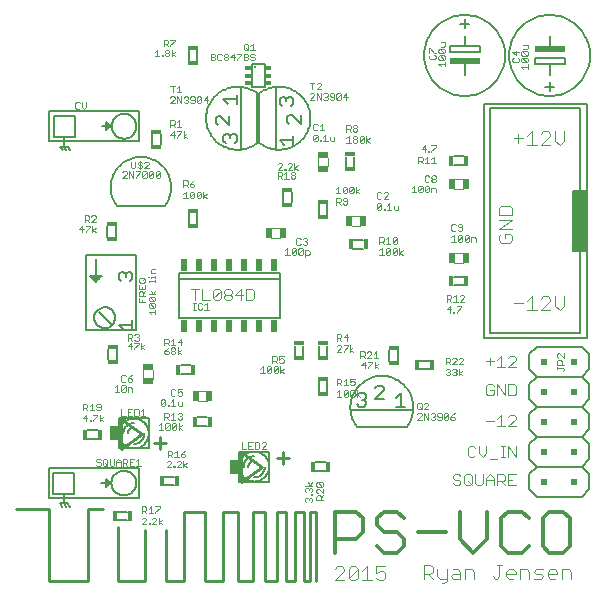
<source format=gto>
G75*
%MOIN*%
%OFA0B0*%
%FSLAX24Y24*%
%IPPOS*%
%LPD*%
%AMOC8*
5,1,8,0,0,1.08239X$1,22.5*
%
%ADD10C,0.0030*%
%ADD11C,0.0120*%
%ADD12C,0.0040*%
%ADD13C,0.0100*%
%ADD14C,0.0080*%
%ADD15R,0.0193X0.0433*%
%ADD16C,0.0020*%
%ADD17C,0.0050*%
%ADD18C,0.0118*%
%ADD19R,0.0197X0.0118*%
%ADD20C,0.0060*%
%ADD21R,0.0340X0.0160*%
%ADD22R,0.0374X0.0197*%
%ADD23R,0.0197X0.0374*%
%ADD24R,0.0160X0.0340*%
%ADD25R,0.0450X0.1990*%
%ADD26R,0.0200X0.0200*%
%ADD27R,0.1000X0.0200*%
%ADD28R,0.0300X0.0500*%
%ADD29R,0.0050X0.0500*%
D10*
X006896Y010206D02*
X006896Y010577D01*
X006773Y010577D02*
X007019Y010577D01*
X007141Y010577D02*
X007141Y010206D01*
X007388Y010206D01*
X007509Y010268D02*
X007756Y010515D01*
X007756Y010268D01*
X007694Y010206D01*
X007571Y010206D01*
X007509Y010268D01*
X007509Y010515D01*
X007571Y010577D01*
X007694Y010577D01*
X007756Y010515D01*
X007878Y010515D02*
X007878Y010453D01*
X007939Y010392D01*
X008063Y010392D01*
X008124Y010330D01*
X008124Y010268D01*
X008063Y010206D01*
X007939Y010206D01*
X007878Y010268D01*
X007878Y010330D01*
X007939Y010392D01*
X008063Y010392D02*
X008124Y010453D01*
X008124Y010515D01*
X008063Y010577D01*
X007939Y010577D01*
X007878Y010515D01*
X008246Y010392D02*
X008493Y010392D01*
X008431Y010577D02*
X008431Y010206D01*
X008614Y010206D02*
X008799Y010206D01*
X008861Y010268D01*
X008861Y010515D01*
X008799Y010577D01*
X008614Y010577D01*
X008614Y010206D01*
X008246Y010392D02*
X008431Y010577D01*
X015502Y004348D02*
X015502Y004286D01*
X015563Y004225D01*
X015687Y004225D01*
X015749Y004163D01*
X015749Y004101D01*
X015687Y004040D01*
X015563Y004040D01*
X015502Y004101D01*
X015502Y004348D02*
X015563Y004410D01*
X015687Y004410D01*
X015749Y004348D01*
X015870Y004348D02*
X015932Y004410D01*
X016055Y004410D01*
X016117Y004348D01*
X016117Y004101D01*
X016055Y004040D01*
X015932Y004040D01*
X015870Y004101D01*
X015870Y004348D01*
X015993Y004163D02*
X016117Y004040D01*
X016238Y004101D02*
X016238Y004410D01*
X016485Y004410D02*
X016485Y004101D01*
X016423Y004040D01*
X016300Y004040D01*
X016238Y004101D01*
X016607Y004040D02*
X016607Y004286D01*
X016730Y004410D01*
X016853Y004286D01*
X016853Y004040D01*
X016975Y004040D02*
X016975Y004410D01*
X017160Y004410D01*
X017222Y004348D01*
X017222Y004225D01*
X017160Y004163D01*
X016975Y004163D01*
X017098Y004163D02*
X017222Y004040D01*
X017343Y004040D02*
X017590Y004040D01*
X017467Y004225D02*
X017343Y004225D01*
X017343Y004410D02*
X017343Y004040D01*
X017343Y004410D02*
X017590Y004410D01*
X017590Y004984D02*
X017590Y005355D01*
X017343Y005355D02*
X017343Y004984D01*
X017221Y004984D02*
X017098Y004984D01*
X017159Y004984D02*
X017159Y005355D01*
X017098Y005355D02*
X017221Y005355D01*
X017343Y005355D02*
X017590Y004984D01*
X016976Y004923D02*
X016729Y004923D01*
X016608Y005108D02*
X016608Y005355D01*
X016361Y005355D02*
X016361Y005108D01*
X016484Y004984D01*
X016608Y005108D01*
X016240Y005046D02*
X016178Y004984D01*
X016054Y004984D01*
X015993Y005046D01*
X015993Y005293D01*
X016054Y005355D01*
X016178Y005355D01*
X016240Y005293D01*
X016607Y006193D02*
X016853Y006193D01*
X016975Y006255D02*
X017098Y006378D01*
X017098Y006008D01*
X016975Y006008D02*
X017222Y006008D01*
X017343Y006008D02*
X017590Y006255D01*
X017590Y006317D01*
X017528Y006378D01*
X017405Y006378D01*
X017343Y006317D01*
X017343Y006008D02*
X017590Y006008D01*
X017528Y007032D02*
X017343Y007032D01*
X017343Y007402D01*
X017528Y007402D01*
X017590Y007340D01*
X017590Y007093D01*
X017528Y007032D01*
X017222Y007032D02*
X017222Y007402D01*
X016975Y007402D02*
X016975Y007032D01*
X016853Y007093D02*
X016853Y007217D01*
X016730Y007217D01*
X016607Y007340D02*
X016607Y007093D01*
X016668Y007032D01*
X016792Y007032D01*
X016853Y007093D01*
X016853Y007340D02*
X016792Y007402D01*
X016668Y007402D01*
X016607Y007340D01*
X016975Y007402D02*
X017222Y007032D01*
X017222Y007977D02*
X016975Y007977D01*
X017098Y007977D02*
X017098Y008347D01*
X016975Y008223D01*
X016853Y008162D02*
X016607Y008162D01*
X016730Y008285D02*
X016730Y008038D01*
X017343Y007977D02*
X017590Y008223D01*
X017590Y008285D01*
X017528Y008347D01*
X017405Y008347D01*
X017343Y008285D01*
X017343Y007977D02*
X017590Y007977D01*
X016853Y004225D02*
X016607Y004225D01*
D11*
X016643Y003160D02*
X016643Y002239D01*
X016183Y001779D01*
X015722Y002239D01*
X015722Y003160D01*
X015262Y002470D02*
X014341Y002470D01*
X013881Y002239D02*
X013881Y002009D01*
X013650Y001779D01*
X013190Y001779D01*
X012960Y002009D01*
X013190Y002470D02*
X013650Y002470D01*
X013881Y002239D01*
X013881Y002930D02*
X013650Y003160D01*
X013190Y003160D01*
X012960Y002930D01*
X012960Y002700D01*
X013190Y002470D01*
X012499Y002470D02*
X012269Y002239D01*
X011579Y002239D01*
X011579Y001779D02*
X011579Y003160D01*
X012269Y003160D01*
X012499Y002930D01*
X012499Y002470D01*
X017103Y002930D02*
X017103Y002009D01*
X017333Y001779D01*
X017794Y001779D01*
X018024Y002009D01*
X018484Y002009D02*
X018715Y001779D01*
X019175Y001779D01*
X019405Y002009D01*
X019405Y002930D01*
X019175Y003160D01*
X018715Y003160D01*
X018484Y002930D01*
X018484Y002009D01*
X018024Y002930D02*
X017794Y003160D01*
X017333Y003160D01*
X017103Y002930D01*
D12*
X017126Y001387D02*
X016973Y001387D01*
X017049Y001387D02*
X017049Y001003D01*
X016973Y000926D01*
X016896Y000926D01*
X016819Y001003D01*
X017280Y001003D02*
X017280Y001157D01*
X017356Y001233D01*
X017510Y001233D01*
X017587Y001157D01*
X017587Y001080D01*
X017280Y001080D01*
X017280Y001003D02*
X017356Y000926D01*
X017510Y000926D01*
X017740Y000926D02*
X017740Y001233D01*
X017970Y001233D01*
X018047Y001157D01*
X018047Y000926D01*
X018200Y000926D02*
X018431Y000926D01*
X018507Y001003D01*
X018431Y001080D01*
X018277Y001080D01*
X018200Y001157D01*
X018277Y001233D01*
X018507Y001233D01*
X018661Y001157D02*
X018738Y001233D01*
X018891Y001233D01*
X018968Y001157D01*
X018968Y001080D01*
X018661Y001080D01*
X018661Y001003D02*
X018661Y001157D01*
X018661Y001003D02*
X018738Y000926D01*
X018891Y000926D01*
X019121Y000926D02*
X019121Y001233D01*
X019351Y001233D01*
X019428Y001157D01*
X019428Y000926D01*
X016205Y000926D02*
X016205Y001157D01*
X016129Y001233D01*
X015899Y001233D01*
X015899Y000926D01*
X015745Y000926D02*
X015515Y000926D01*
X015438Y001003D01*
X015515Y001080D01*
X015745Y001080D01*
X015745Y001157D02*
X015745Y000926D01*
X015745Y001157D02*
X015668Y001233D01*
X015515Y001233D01*
X015285Y001233D02*
X015285Y000850D01*
X015208Y000773D01*
X015131Y000773D01*
X015054Y000926D02*
X015285Y000926D01*
X015054Y000926D02*
X014978Y001003D01*
X014978Y001233D01*
X014824Y001157D02*
X014748Y001080D01*
X014517Y001080D01*
X014517Y000926D02*
X014517Y001387D01*
X014748Y001387D01*
X014824Y001310D01*
X014824Y001157D01*
X014671Y001080D02*
X014824Y000926D01*
X013248Y000950D02*
X013171Y000873D01*
X013018Y000873D01*
X012941Y000950D01*
X012941Y001103D02*
X013094Y001180D01*
X013171Y001180D01*
X013248Y001103D01*
X013248Y000950D01*
X012941Y001103D02*
X012941Y001333D01*
X013248Y001333D01*
X012788Y000873D02*
X012481Y000873D01*
X012634Y000873D02*
X012634Y001333D01*
X012481Y001180D01*
X012327Y001257D02*
X012327Y000950D01*
X012250Y000873D01*
X012097Y000873D01*
X012020Y000950D01*
X012327Y001257D01*
X012250Y001333D01*
X012097Y001333D01*
X012020Y001257D01*
X012020Y000950D01*
X011867Y000873D02*
X011560Y000873D01*
X011867Y001180D01*
X011867Y001257D01*
X011790Y001333D01*
X011637Y001333D01*
X011560Y001257D01*
X007286Y006853D02*
X007005Y006853D01*
X007005Y007188D02*
X007286Y007188D01*
X005504Y007591D02*
X005504Y007872D01*
X005169Y007872D02*
X005169Y007591D01*
X009446Y012286D02*
X009726Y012286D01*
X009726Y012621D02*
X009446Y012621D01*
X010991Y014678D02*
X010991Y014958D01*
X011326Y014958D02*
X011326Y014678D01*
X012123Y013020D02*
X012404Y013020D01*
X012404Y012685D02*
X012123Y012685D01*
X015549Y011794D02*
X015829Y011794D01*
X015829Y011459D02*
X015549Y011459D01*
X017017Y012196D02*
X017094Y012120D01*
X017401Y012120D01*
X017478Y012196D01*
X017478Y012350D01*
X017401Y012427D01*
X017248Y012427D01*
X017248Y012273D01*
X017094Y012427D02*
X017017Y012350D01*
X017017Y012196D01*
X017017Y012580D02*
X017478Y012887D01*
X017017Y012887D01*
X017017Y013040D02*
X017017Y013271D01*
X017094Y013347D01*
X017401Y013347D01*
X017478Y013271D01*
X017478Y013040D01*
X017017Y013040D01*
X017017Y012580D02*
X017478Y012580D01*
X015829Y013905D02*
X015549Y013905D01*
X015549Y014240D02*
X015829Y014240D01*
X017518Y015600D02*
X017825Y015600D01*
X017978Y015677D02*
X018132Y015830D01*
X018132Y015370D01*
X018285Y015370D02*
X017978Y015370D01*
X017671Y015446D02*
X017671Y015753D01*
X018439Y015753D02*
X018515Y015830D01*
X018669Y015830D01*
X018745Y015753D01*
X018745Y015677D01*
X018439Y015370D01*
X018745Y015370D01*
X018899Y015523D02*
X019052Y015370D01*
X019206Y015523D01*
X019206Y015830D01*
X018899Y015830D02*
X018899Y015523D01*
X018899Y010330D02*
X018899Y010023D01*
X019052Y009870D01*
X019206Y010023D01*
X019206Y010330D01*
X018745Y010253D02*
X018745Y010177D01*
X018439Y009870D01*
X018745Y009870D01*
X018745Y010253D02*
X018669Y010330D01*
X018515Y010330D01*
X018439Y010253D01*
X018132Y010330D02*
X018132Y009870D01*
X018285Y009870D02*
X017978Y009870D01*
X017825Y010100D02*
X017518Y010100D01*
X017978Y010177D02*
X018132Y010330D01*
D13*
X002031Y003251D02*
X002031Y000851D01*
X003331Y000851D01*
X003331Y003251D01*
X003831Y003251D01*
X004331Y002651D02*
X004331Y000851D01*
X005231Y000851D01*
X005231Y002551D01*
X005931Y002551D02*
X005931Y000851D01*
X006531Y000851D01*
X006531Y003151D01*
X007231Y003151D01*
X007231Y000851D01*
X007831Y000851D01*
X007831Y003151D01*
X008331Y003151D01*
X008331Y000851D01*
X008831Y000851D01*
X008831Y003151D01*
X009231Y003151D01*
X009231Y000851D01*
X009631Y000851D01*
X009631Y003151D01*
X009931Y003151D01*
X009931Y000851D01*
X010231Y000851D01*
X010231Y003151D01*
X010531Y003151D01*
X010531Y000851D01*
X010731Y000851D01*
X010731Y003151D01*
X010931Y003151D01*
X010931Y000851D01*
X008431Y004151D02*
X008431Y005151D01*
X009131Y004651D01*
X008431Y004151D01*
X009631Y004951D02*
X010031Y004951D01*
X009831Y005151D02*
X009831Y004751D01*
X005931Y005451D02*
X005531Y005451D01*
X005731Y005651D02*
X005731Y005251D01*
X005131Y005751D02*
X004431Y005251D01*
X004431Y006251D01*
X005131Y005751D01*
X004531Y006251D02*
X004431Y006251D01*
X002031Y003251D02*
X000931Y003251D01*
D14*
X006352Y009613D02*
X009742Y009613D01*
X009742Y010913D01*
X006352Y010913D01*
X006352Y011110D01*
X009742Y011110D01*
X009742Y010913D01*
X006352Y010913D02*
X006352Y009613D01*
X008787Y017299D02*
X008787Y018086D01*
X009220Y018086D01*
X009220Y017299D01*
X008787Y017299D01*
D15*
X008547Y011365D03*
X008047Y011365D03*
X007547Y011365D03*
X007047Y011365D03*
X006547Y011365D03*
X006547Y009358D03*
X007047Y009358D03*
X007547Y009358D03*
X008047Y009358D03*
X008547Y009358D03*
X009047Y009358D03*
X009547Y009358D03*
X009547Y011365D03*
X009047Y011365D03*
D16*
X009907Y011716D02*
X010054Y011716D01*
X009981Y011716D02*
X009981Y011936D01*
X009907Y011863D01*
X010128Y011900D02*
X010128Y011753D01*
X010275Y011900D01*
X010275Y011753D01*
X010238Y011716D01*
X010165Y011716D01*
X010128Y011753D01*
X010128Y011900D02*
X010165Y011936D01*
X010238Y011936D01*
X010275Y011900D01*
X010349Y011900D02*
X010386Y011936D01*
X010459Y011936D01*
X010496Y011900D01*
X010349Y011753D01*
X010386Y011716D01*
X010459Y011716D01*
X010496Y011753D01*
X010496Y011900D01*
X010570Y011863D02*
X010680Y011863D01*
X010717Y011826D01*
X010717Y011753D01*
X010680Y011716D01*
X010570Y011716D01*
X010570Y011643D02*
X010570Y011863D01*
X010602Y012055D02*
X010528Y012055D01*
X010491Y012091D01*
X010417Y012091D02*
X010381Y012055D01*
X010307Y012055D01*
X010270Y012091D01*
X010270Y012238D01*
X010307Y012275D01*
X010381Y012275D01*
X010417Y012238D01*
X010491Y012238D02*
X010528Y012275D01*
X010602Y012275D01*
X010638Y012238D01*
X010638Y012202D01*
X010602Y012165D01*
X010638Y012128D01*
X010638Y012091D01*
X010602Y012055D01*
X010602Y012165D02*
X010565Y012165D01*
X010349Y011900D02*
X010349Y011753D01*
X011609Y013393D02*
X011609Y013614D01*
X011719Y013614D01*
X011756Y013577D01*
X011756Y013503D01*
X011719Y013467D01*
X011609Y013467D01*
X011682Y013467D02*
X011756Y013393D01*
X011830Y013430D02*
X011867Y013393D01*
X011940Y013393D01*
X011977Y013430D01*
X011977Y013577D01*
X011940Y013614D01*
X011867Y013614D01*
X011830Y013577D01*
X011830Y013540D01*
X011867Y013503D01*
X011977Y013503D01*
X011929Y013763D02*
X011855Y013763D01*
X011819Y013800D01*
X011965Y013947D01*
X011965Y013800D01*
X011929Y013763D01*
X011819Y013800D02*
X011819Y013947D01*
X011855Y013984D01*
X011929Y013984D01*
X011965Y013947D01*
X012040Y013947D02*
X012040Y013800D01*
X012186Y013947D01*
X012186Y013800D01*
X012150Y013763D01*
X012076Y013763D01*
X012040Y013800D01*
X012040Y013947D02*
X012076Y013984D01*
X012150Y013984D01*
X012186Y013947D01*
X012261Y013984D02*
X012261Y013763D01*
X012261Y013837D02*
X012371Y013910D01*
X012261Y013837D02*
X012371Y013763D01*
X012968Y013766D02*
X012968Y013619D01*
X013005Y013582D01*
X013078Y013582D01*
X013115Y013619D01*
X013189Y013582D02*
X013336Y013729D01*
X013336Y013766D01*
X013299Y013802D01*
X013226Y013802D01*
X013189Y013766D01*
X013115Y013766D02*
X013078Y013802D01*
X013005Y013802D01*
X012968Y013766D01*
X013189Y013582D02*
X013336Y013582D01*
X013373Y013432D02*
X013373Y013212D01*
X013300Y013212D02*
X013447Y013212D01*
X013521Y013249D02*
X013521Y013359D01*
X013521Y013249D02*
X013558Y013212D01*
X013668Y013212D01*
X013668Y013359D01*
X013373Y013432D02*
X013300Y013359D01*
X013226Y013249D02*
X013226Y013212D01*
X013189Y013212D01*
X013189Y013249D01*
X013226Y013249D01*
X013115Y013249D02*
X013078Y013212D01*
X013005Y013212D01*
X012968Y013249D01*
X013115Y013396D01*
X013115Y013249D01*
X013115Y013396D02*
X013078Y013432D01*
X013005Y013432D01*
X012968Y013396D01*
X012968Y013249D01*
X013047Y012306D02*
X013157Y012306D01*
X013194Y012270D01*
X013194Y012196D01*
X013157Y012159D01*
X013047Y012159D01*
X013047Y012086D02*
X013047Y012306D01*
X013120Y012159D02*
X013194Y012086D01*
X013268Y012086D02*
X013415Y012086D01*
X013341Y012086D02*
X013341Y012306D01*
X013268Y012233D01*
X013489Y012270D02*
X013526Y012306D01*
X013599Y012306D01*
X013636Y012270D01*
X013489Y012123D01*
X013526Y012086D01*
X013599Y012086D01*
X013636Y012123D01*
X013636Y012270D01*
X013489Y012270D02*
X013489Y012123D01*
X013526Y011936D02*
X013599Y011936D01*
X013636Y011899D01*
X013489Y011753D01*
X013526Y011716D01*
X013599Y011716D01*
X013636Y011753D01*
X013636Y011899D01*
X013710Y011936D02*
X013710Y011716D01*
X013710Y011789D02*
X013820Y011863D01*
X013710Y011789D02*
X013820Y011716D01*
X013489Y011753D02*
X013489Y011899D01*
X013526Y011936D01*
X013415Y011899D02*
X013268Y011753D01*
X013305Y011716D01*
X013378Y011716D01*
X013415Y011753D01*
X013415Y011899D01*
X013378Y011936D01*
X013305Y011936D01*
X013268Y011899D01*
X013268Y011753D01*
X013194Y011716D02*
X013047Y011716D01*
X013120Y011716D02*
X013120Y011936D01*
X013047Y011863D01*
X014120Y013803D02*
X014267Y013803D01*
X014193Y013803D02*
X014193Y014023D01*
X014120Y013950D01*
X014341Y013986D02*
X014341Y013839D01*
X014488Y013986D01*
X014488Y013839D01*
X014451Y013803D01*
X014378Y013803D01*
X014341Y013839D01*
X014341Y013986D02*
X014378Y014023D01*
X014451Y014023D01*
X014488Y013986D01*
X014562Y013986D02*
X014562Y013839D01*
X014709Y013986D01*
X014709Y013839D01*
X014672Y013803D01*
X014598Y013803D01*
X014562Y013839D01*
X014562Y013986D02*
X014598Y014023D01*
X014672Y014023D01*
X014709Y013986D01*
X014783Y013950D02*
X014893Y013950D01*
X014930Y013913D01*
X014930Y013803D01*
X014783Y013803D02*
X014783Y013950D01*
X014819Y014141D02*
X014783Y014178D01*
X014783Y014215D01*
X014819Y014251D01*
X014893Y014251D01*
X014930Y014215D01*
X014930Y014178D01*
X014893Y014141D01*
X014819Y014141D01*
X014819Y014251D02*
X014783Y014288D01*
X014783Y014325D01*
X014819Y014362D01*
X014893Y014362D01*
X014930Y014325D01*
X014930Y014288D01*
X014893Y014251D01*
X014709Y014178D02*
X014672Y014141D01*
X014599Y014141D01*
X014562Y014178D01*
X014562Y014325D01*
X014599Y014362D01*
X014672Y014362D01*
X014709Y014325D01*
X014709Y014771D02*
X014562Y014771D01*
X014635Y014771D02*
X014635Y014991D01*
X014562Y014918D01*
X014488Y014881D02*
X014451Y014845D01*
X014341Y014845D01*
X014414Y014845D02*
X014488Y014771D01*
X014488Y014881D02*
X014488Y014955D01*
X014451Y014991D01*
X014341Y014991D01*
X014341Y014771D01*
X014561Y015141D02*
X014561Y015362D01*
X014451Y015251D01*
X014598Y015251D01*
X014672Y015178D02*
X014709Y015178D01*
X014709Y015141D01*
X014672Y015141D01*
X014672Y015178D01*
X014783Y015178D02*
X014783Y015141D01*
X014783Y015178D02*
X014930Y015325D01*
X014930Y015362D01*
X014783Y015362D01*
X014856Y014991D02*
X014856Y014771D01*
X014783Y014771D02*
X014930Y014771D01*
X014783Y014918D02*
X014856Y014991D01*
X012718Y015456D02*
X012608Y015530D01*
X012718Y015603D01*
X012608Y015676D02*
X012608Y015456D01*
X012533Y015493D02*
X012497Y015456D01*
X012423Y015456D01*
X012387Y015493D01*
X012533Y015640D01*
X012533Y015493D01*
X012387Y015493D02*
X012387Y015640D01*
X012423Y015676D01*
X012497Y015676D01*
X012533Y015640D01*
X012313Y015640D02*
X012276Y015676D01*
X012202Y015676D01*
X012166Y015640D01*
X012166Y015603D01*
X012202Y015566D01*
X012276Y015566D01*
X012313Y015530D01*
X012313Y015493D01*
X012276Y015456D01*
X012202Y015456D01*
X012166Y015493D01*
X012166Y015530D01*
X012202Y015566D01*
X012276Y015566D02*
X012313Y015603D01*
X012313Y015640D01*
X012276Y015826D02*
X012202Y015826D01*
X012166Y015863D01*
X012166Y015900D01*
X012202Y015936D01*
X012276Y015936D01*
X012313Y015900D01*
X012313Y015863D01*
X012276Y015826D01*
X012276Y015936D02*
X012313Y015973D01*
X012313Y016010D01*
X012276Y016046D01*
X012202Y016046D01*
X012166Y016010D01*
X012166Y015973D01*
X012202Y015936D01*
X012092Y015936D02*
X012055Y015900D01*
X011945Y015900D01*
X012018Y015900D02*
X012092Y015826D01*
X012092Y015936D02*
X012092Y016010D01*
X012055Y016046D01*
X011945Y016046D01*
X011945Y015826D01*
X012018Y015676D02*
X012018Y015456D01*
X011945Y015456D02*
X012092Y015456D01*
X011945Y015603D02*
X012018Y015676D01*
X011542Y015642D02*
X011542Y015496D01*
X011432Y015496D01*
X011395Y015532D01*
X011395Y015642D01*
X011321Y015496D02*
X011174Y015496D01*
X011247Y015496D02*
X011247Y015716D01*
X011174Y015642D01*
X011100Y015532D02*
X011100Y015496D01*
X011063Y015496D01*
X011063Y015532D01*
X011100Y015532D01*
X010989Y015532D02*
X010989Y015679D01*
X010842Y015532D01*
X010879Y015496D01*
X010952Y015496D01*
X010989Y015532D01*
X010842Y015532D02*
X010842Y015679D01*
X010879Y015716D01*
X010952Y015716D01*
X010989Y015679D01*
X010952Y015866D02*
X010989Y015902D01*
X010952Y015866D02*
X010879Y015866D01*
X010842Y015902D01*
X010842Y016049D01*
X010879Y016086D01*
X010952Y016086D01*
X010989Y016049D01*
X011063Y016012D02*
X011137Y016086D01*
X011137Y015866D01*
X011210Y015866D02*
X011063Y015866D01*
X010323Y014698D02*
X010213Y014624D01*
X010323Y014551D01*
X010213Y014551D02*
X010213Y014771D01*
X010139Y014734D02*
X010102Y014771D01*
X010029Y014771D01*
X009992Y014734D01*
X010139Y014734D02*
X010139Y014698D01*
X009992Y014551D01*
X010139Y014551D01*
X010134Y014480D02*
X010208Y014480D01*
X010245Y014443D01*
X010245Y014406D01*
X010208Y014370D01*
X010134Y014370D01*
X010098Y014406D01*
X010098Y014443D01*
X010134Y014480D01*
X010134Y014370D02*
X010098Y014333D01*
X010098Y014296D01*
X010134Y014259D01*
X010208Y014259D01*
X010245Y014296D01*
X010245Y014333D01*
X010208Y014370D01*
X010024Y014259D02*
X009877Y014259D01*
X009950Y014259D02*
X009950Y014480D01*
X009877Y014406D01*
X009803Y014370D02*
X009766Y014333D01*
X009656Y014333D01*
X009729Y014333D02*
X009803Y014259D01*
X009803Y014370D02*
X009803Y014443D01*
X009766Y014480D01*
X009656Y014480D01*
X009656Y014259D01*
X009661Y014551D02*
X009808Y014698D01*
X009808Y014734D01*
X009771Y014771D01*
X009698Y014771D01*
X009661Y014734D01*
X009661Y014551D02*
X009808Y014551D01*
X009882Y014551D02*
X009919Y014551D01*
X009919Y014588D01*
X009882Y014588D01*
X009882Y014551D01*
X011598Y013910D02*
X011671Y013984D01*
X011671Y013763D01*
X011598Y013763D02*
X011744Y013763D01*
X011726Y016883D02*
X011653Y016883D01*
X011616Y016920D01*
X011763Y017067D01*
X011763Y016920D01*
X011726Y016883D01*
X011616Y016920D02*
X011616Y017067D01*
X011653Y017104D01*
X011726Y017104D01*
X011763Y017067D01*
X011837Y016993D02*
X011947Y017104D01*
X011947Y016883D01*
X011984Y016993D02*
X011837Y016993D01*
X011542Y016993D02*
X011432Y016993D01*
X011395Y017030D01*
X011395Y017067D01*
X011432Y017104D01*
X011505Y017104D01*
X011542Y017067D01*
X011542Y016920D01*
X011505Y016883D01*
X011432Y016883D01*
X011395Y016920D01*
X011321Y016920D02*
X011284Y016883D01*
X011211Y016883D01*
X011174Y016920D01*
X011100Y016883D02*
X011100Y017104D01*
X011174Y017067D02*
X011211Y017104D01*
X011284Y017104D01*
X011321Y017067D01*
X011321Y017030D01*
X011284Y016993D01*
X011321Y016957D01*
X011321Y016920D01*
X011284Y016993D02*
X011247Y016993D01*
X011100Y016883D02*
X010953Y017104D01*
X010953Y016883D01*
X010879Y016883D02*
X010732Y016883D01*
X010879Y017030D01*
X010879Y017067D01*
X010842Y017104D01*
X010769Y017104D01*
X010732Y017067D01*
X010806Y017240D02*
X010806Y017460D01*
X010879Y017460D02*
X010732Y017460D01*
X010953Y017423D02*
X010990Y017460D01*
X011063Y017460D01*
X011100Y017423D01*
X011100Y017386D01*
X010953Y017240D01*
X011100Y017240D01*
X008892Y018239D02*
X008855Y018202D01*
X008782Y018202D01*
X008745Y018239D01*
X008671Y018239D02*
X008634Y018202D01*
X008524Y018202D01*
X008524Y018423D01*
X008634Y018423D01*
X008671Y018386D01*
X008671Y018349D01*
X008634Y018312D01*
X008524Y018312D01*
X008450Y018386D02*
X008303Y018239D01*
X008303Y018202D01*
X008193Y018202D02*
X008193Y018423D01*
X008082Y018312D01*
X008229Y018312D01*
X008303Y018423D02*
X008450Y018423D01*
X008450Y018386D01*
X008561Y018537D02*
X008524Y018574D01*
X008524Y018721D01*
X008561Y018757D01*
X008634Y018757D01*
X008671Y018721D01*
X008671Y018574D01*
X008634Y018537D01*
X008561Y018537D01*
X008598Y018610D02*
X008671Y018537D01*
X008745Y018537D02*
X008892Y018537D01*
X008819Y018537D02*
X008819Y018757D01*
X008745Y018684D01*
X008782Y018423D02*
X008745Y018386D01*
X008745Y018349D01*
X008782Y018312D01*
X008855Y018312D01*
X008892Y018276D01*
X008892Y018239D01*
X008892Y018386D02*
X008855Y018423D01*
X008782Y018423D01*
X008671Y018276D02*
X008671Y018239D01*
X008671Y018276D02*
X008634Y018312D01*
X008008Y018276D02*
X008008Y018239D01*
X007972Y018202D01*
X007898Y018202D01*
X007861Y018239D01*
X007861Y018276D01*
X007898Y018312D01*
X007972Y018312D01*
X008008Y018276D01*
X007972Y018312D02*
X008008Y018349D01*
X008008Y018386D01*
X007972Y018423D01*
X007898Y018423D01*
X007861Y018386D01*
X007861Y018349D01*
X007898Y018312D01*
X007787Y018239D02*
X007751Y018202D01*
X007677Y018202D01*
X007640Y018239D01*
X007640Y018386D01*
X007677Y018423D01*
X007751Y018423D01*
X007787Y018386D01*
X007566Y018386D02*
X007566Y018349D01*
X007530Y018312D01*
X007419Y018312D01*
X007419Y018202D02*
X007419Y018423D01*
X007530Y018423D01*
X007566Y018386D01*
X007530Y018312D02*
X007566Y018276D01*
X007566Y018239D01*
X007530Y018202D01*
X007419Y018202D01*
X006373Y017354D02*
X006373Y017133D01*
X006300Y017133D02*
X006446Y017133D01*
X006446Y016997D02*
X006446Y016777D01*
X006300Y016997D01*
X006300Y016777D01*
X006225Y016777D02*
X006079Y016777D01*
X006225Y016924D01*
X006225Y016961D01*
X006189Y016997D01*
X006115Y016997D01*
X006079Y016961D01*
X006152Y017133D02*
X006152Y017354D01*
X006079Y017354D02*
X006225Y017354D01*
X006300Y017280D02*
X006373Y017354D01*
X006557Y016997D02*
X006521Y016961D01*
X006557Y016997D02*
X006631Y016997D01*
X006667Y016961D01*
X006667Y016924D01*
X006631Y016887D01*
X006667Y016850D01*
X006667Y016814D01*
X006631Y016777D01*
X006557Y016777D01*
X006521Y016814D01*
X006594Y016887D02*
X006631Y016887D01*
X006742Y016924D02*
X006778Y016887D01*
X006888Y016887D01*
X006888Y016814D02*
X006888Y016961D01*
X006852Y016997D01*
X006778Y016997D01*
X006742Y016961D01*
X006742Y016924D01*
X006742Y016814D02*
X006778Y016777D01*
X006852Y016777D01*
X006888Y016814D01*
X006963Y016814D02*
X007109Y016961D01*
X007109Y016814D01*
X007073Y016777D01*
X006999Y016777D01*
X006963Y016814D01*
X006963Y016961D01*
X006999Y016997D01*
X007073Y016997D01*
X007109Y016961D01*
X007184Y016887D02*
X007330Y016887D01*
X007294Y016777D02*
X007294Y016997D01*
X007184Y016887D01*
X006373Y016208D02*
X006373Y015988D01*
X006300Y015988D02*
X006446Y015988D01*
X006446Y015838D02*
X006300Y015838D01*
X006189Y015838D02*
X006079Y015728D01*
X006225Y015728D01*
X006300Y015654D02*
X006300Y015618D01*
X006300Y015654D02*
X006446Y015801D01*
X006446Y015838D01*
X006521Y015838D02*
X006521Y015618D01*
X006521Y015691D02*
X006631Y015764D01*
X006521Y015691D02*
X006631Y015618D01*
X006189Y015618D02*
X006189Y015838D01*
X006225Y015988D02*
X006152Y016061D01*
X006189Y016061D02*
X006079Y016061D01*
X006079Y015988D02*
X006079Y016208D01*
X006189Y016208D01*
X006225Y016171D01*
X006225Y016098D01*
X006189Y016061D01*
X006300Y016134D02*
X006373Y016208D01*
X005318Y014818D02*
X005244Y014818D01*
X005208Y014782D01*
X005133Y014782D02*
X005097Y014818D01*
X005023Y014818D01*
X004987Y014782D01*
X004987Y014745D01*
X005023Y014708D01*
X005097Y014708D01*
X005133Y014672D01*
X005133Y014635D01*
X005097Y014598D01*
X005023Y014598D01*
X004987Y014635D01*
X004912Y014635D02*
X004912Y014818D01*
X004766Y014818D02*
X004766Y014635D01*
X004802Y014598D01*
X004876Y014598D01*
X004912Y014635D01*
X004923Y014500D02*
X005069Y014500D01*
X005069Y014463D01*
X004923Y014316D01*
X004923Y014279D01*
X004848Y014279D02*
X004848Y014500D01*
X004702Y014500D02*
X004848Y014279D01*
X004702Y014279D02*
X004702Y014500D01*
X004627Y014463D02*
X004627Y014426D01*
X004481Y014279D01*
X004627Y014279D01*
X004627Y014463D02*
X004591Y014500D01*
X004517Y014500D01*
X004481Y014463D01*
X005060Y014562D02*
X005060Y014855D01*
X005208Y014598D02*
X005354Y014745D01*
X005354Y014782D01*
X005318Y014818D01*
X005354Y014598D02*
X005208Y014598D01*
X005180Y014500D02*
X005254Y014500D01*
X005290Y014463D01*
X005144Y014316D01*
X005180Y014279D01*
X005254Y014279D01*
X005290Y014316D01*
X005290Y014463D01*
X005365Y014463D02*
X005365Y014316D01*
X005511Y014463D01*
X005511Y014316D01*
X005475Y014279D01*
X005401Y014279D01*
X005365Y014316D01*
X005365Y014463D02*
X005401Y014500D01*
X005475Y014500D01*
X005511Y014463D01*
X005585Y014463D02*
X005622Y014500D01*
X005696Y014500D01*
X005732Y014463D01*
X005585Y014316D01*
X005622Y014279D01*
X005696Y014279D01*
X005732Y014316D01*
X005732Y014463D01*
X005585Y014463D02*
X005585Y014316D01*
X005144Y014316D02*
X005144Y014463D01*
X005180Y014500D01*
X006512Y014196D02*
X006512Y013976D01*
X006512Y014049D02*
X006622Y014049D01*
X006658Y014086D01*
X006658Y014159D01*
X006622Y014196D01*
X006512Y014196D01*
X006585Y014049D02*
X006658Y013976D01*
X006733Y014013D02*
X006769Y013976D01*
X006843Y013976D01*
X006879Y014013D01*
X006879Y014049D01*
X006843Y014086D01*
X006733Y014086D01*
X006733Y014013D01*
X006733Y014086D02*
X006806Y014159D01*
X006879Y014196D01*
X006843Y013826D02*
X006879Y013789D01*
X006733Y013642D01*
X006769Y013606D01*
X006843Y013606D01*
X006879Y013642D01*
X006879Y013789D01*
X006843Y013826D02*
X006769Y013826D01*
X006733Y013789D01*
X006733Y013642D01*
X006658Y013606D02*
X006512Y013606D01*
X006585Y013606D02*
X006585Y013826D01*
X006512Y013753D01*
X006954Y013789D02*
X006954Y013642D01*
X007100Y013789D01*
X007100Y013642D01*
X007064Y013606D01*
X006990Y013606D01*
X006954Y013642D01*
X006954Y013789D02*
X006990Y013826D01*
X007064Y013826D01*
X007100Y013789D01*
X007175Y013826D02*
X007175Y013606D01*
X007175Y013679D02*
X007285Y013606D01*
X007175Y013679D02*
X007285Y013753D01*
X005577Y011245D02*
X005467Y011245D01*
X005431Y011209D01*
X005431Y011098D01*
X005577Y011098D01*
X005577Y011025D02*
X005577Y010951D01*
X005577Y010988D02*
X005431Y010988D01*
X005431Y010951D01*
X005357Y010988D02*
X005321Y010988D01*
X005247Y010939D02*
X005174Y010866D01*
X005211Y010939D02*
X005247Y010902D01*
X005247Y010829D01*
X005211Y010792D01*
X005064Y010792D01*
X005027Y010829D01*
X005027Y010902D01*
X005064Y010939D01*
X005211Y010939D01*
X005357Y010840D02*
X005577Y010840D01*
X005577Y010804D02*
X005577Y010877D01*
X005357Y010840D02*
X005357Y010804D01*
X005247Y010718D02*
X005247Y010571D01*
X005027Y010571D01*
X005027Y010718D01*
X005137Y010645D02*
X005137Y010571D01*
X005137Y010497D02*
X005174Y010460D01*
X005174Y010350D01*
X005247Y010350D02*
X005027Y010350D01*
X005027Y010460D01*
X005064Y010497D01*
X005137Y010497D01*
X005174Y010424D02*
X005247Y010497D01*
X005357Y010399D02*
X005577Y010399D01*
X005504Y010399D02*
X005431Y010509D01*
X005504Y010399D02*
X005577Y010509D01*
X005541Y010324D02*
X005394Y010324D01*
X005541Y010178D01*
X005577Y010214D01*
X005577Y010288D01*
X005541Y010324D01*
X005541Y010178D02*
X005394Y010178D01*
X005357Y010214D01*
X005357Y010288D01*
X005394Y010324D01*
X005394Y010103D02*
X005541Y009957D01*
X005577Y009993D01*
X005577Y010067D01*
X005541Y010103D01*
X005394Y010103D01*
X005357Y010067D01*
X005357Y009993D01*
X005394Y009957D01*
X005541Y009957D01*
X005577Y009882D02*
X005577Y009736D01*
X005577Y009809D02*
X005357Y009809D01*
X005431Y009736D01*
X005247Y010129D02*
X005027Y010129D01*
X005027Y010276D01*
X005137Y010203D02*
X005137Y010129D01*
X004992Y009078D02*
X005029Y009041D01*
X005029Y009005D01*
X004992Y008968D01*
X005029Y008931D01*
X005029Y008894D01*
X004992Y008858D01*
X004919Y008858D01*
X004882Y008894D01*
X004808Y008858D02*
X004735Y008931D01*
X004771Y008931D02*
X004661Y008931D01*
X004661Y008858D02*
X004661Y009078D01*
X004771Y009078D01*
X004808Y009041D01*
X004808Y008968D01*
X004771Y008931D01*
X004771Y008787D02*
X004661Y008676D01*
X004808Y008676D01*
X004882Y008603D02*
X004882Y008566D01*
X004882Y008603D02*
X005029Y008750D01*
X005029Y008787D01*
X004882Y008787D01*
X004771Y008787D02*
X004771Y008566D01*
X005103Y008566D02*
X005103Y008787D01*
X005213Y008713D02*
X005103Y008640D01*
X005213Y008566D01*
X004992Y008968D02*
X004956Y008968D01*
X004882Y009041D02*
X004919Y009078D01*
X004992Y009078D01*
X005882Y008920D02*
X005882Y008700D01*
X005882Y008774D02*
X005992Y008774D01*
X006029Y008810D01*
X006029Y008884D01*
X005992Y008920D01*
X005882Y008920D01*
X005955Y008774D02*
X006029Y008700D01*
X006029Y008629D02*
X005955Y008592D01*
X005882Y008519D01*
X005992Y008519D01*
X006029Y008482D01*
X006029Y008446D01*
X005992Y008409D01*
X005918Y008409D01*
X005882Y008446D01*
X005882Y008519D01*
X006103Y008482D02*
X006139Y008519D01*
X006213Y008519D01*
X006250Y008482D01*
X006250Y008446D01*
X006213Y008409D01*
X006139Y008409D01*
X006103Y008446D01*
X006103Y008482D01*
X006139Y008519D02*
X006103Y008556D01*
X006103Y008592D01*
X006139Y008629D01*
X006213Y008629D01*
X006250Y008592D01*
X006250Y008556D01*
X006213Y008519D01*
X006324Y008482D02*
X006434Y008556D01*
X006324Y008629D02*
X006324Y008409D01*
X006324Y008482D02*
X006434Y008409D01*
X006434Y008700D02*
X006434Y008920D01*
X006324Y008810D01*
X006470Y008810D01*
X006250Y008700D02*
X006103Y008700D01*
X006176Y008700D02*
X006176Y008920D01*
X006103Y008847D01*
X006846Y009892D02*
X006920Y009892D01*
X006883Y009892D02*
X006883Y010112D01*
X006846Y010112D02*
X006920Y010112D01*
X006994Y010075D02*
X006994Y009929D01*
X007030Y009892D01*
X007104Y009892D01*
X007140Y009929D01*
X007215Y009892D02*
X007361Y009892D01*
X007288Y009892D02*
X007288Y010112D01*
X007215Y010039D01*
X007140Y010075D02*
X007104Y010112D01*
X007030Y010112D01*
X006994Y010075D01*
X009078Y007926D02*
X009151Y007999D01*
X009151Y007779D01*
X009078Y007779D02*
X009225Y007779D01*
X009299Y007816D02*
X009446Y007963D01*
X009446Y007816D01*
X009409Y007779D01*
X009336Y007779D01*
X009299Y007816D01*
X009299Y007963D01*
X009336Y007999D01*
X009409Y007999D01*
X009446Y007963D01*
X009520Y007963D02*
X009557Y007999D01*
X009630Y007999D01*
X009667Y007963D01*
X009520Y007816D01*
X009557Y007779D01*
X009630Y007779D01*
X009667Y007816D01*
X009667Y007963D01*
X009741Y007999D02*
X009741Y007779D01*
X009741Y007853D02*
X009851Y007926D01*
X009741Y007853D02*
X009851Y007779D01*
X009520Y007816D02*
X009520Y007963D01*
X009483Y008118D02*
X009483Y008338D01*
X009593Y008338D01*
X009630Y008301D01*
X009630Y008228D01*
X009593Y008191D01*
X009483Y008191D01*
X009556Y008191D02*
X009630Y008118D01*
X009704Y008154D02*
X009741Y008118D01*
X009814Y008118D01*
X009851Y008154D01*
X009851Y008228D01*
X009814Y008265D01*
X009777Y008265D01*
X009704Y008228D01*
X009704Y008338D01*
X009851Y008338D01*
X011630Y008488D02*
X011777Y008634D01*
X011777Y008671D01*
X011740Y008708D01*
X011666Y008708D01*
X011630Y008671D01*
X011630Y008488D02*
X011777Y008488D01*
X011851Y008488D02*
X011851Y008524D01*
X011998Y008671D01*
X011998Y008708D01*
X011851Y008708D01*
X011777Y008858D02*
X011703Y008931D01*
X011740Y008931D02*
X011630Y008931D01*
X011630Y008858D02*
X011630Y009078D01*
X011740Y009078D01*
X011777Y009041D01*
X011777Y008968D01*
X011740Y008931D01*
X011851Y008968D02*
X011961Y009078D01*
X011961Y008858D01*
X011998Y008968D02*
X011851Y008968D01*
X012072Y008708D02*
X012072Y008488D01*
X012072Y008561D02*
X012182Y008634D01*
X012072Y008561D02*
X012182Y008488D01*
X012412Y008495D02*
X012412Y008275D01*
X012412Y008349D02*
X012522Y008349D01*
X012558Y008385D01*
X012558Y008459D01*
X012522Y008495D01*
X012412Y008495D01*
X012485Y008349D02*
X012558Y008275D01*
X012633Y008275D02*
X012779Y008422D01*
X012779Y008459D01*
X012743Y008495D01*
X012669Y008495D01*
X012633Y008459D01*
X012633Y008275D02*
X012779Y008275D01*
X012854Y008275D02*
X013000Y008275D01*
X012927Y008275D02*
X012927Y008495D01*
X012854Y008422D01*
X012890Y008157D02*
X012890Y007937D01*
X012890Y008010D02*
X013001Y008083D01*
X012890Y008010D02*
X013001Y007937D01*
X012816Y008120D02*
X012669Y007973D01*
X012669Y007937D01*
X012559Y007937D02*
X012559Y008157D01*
X012449Y008047D01*
X012595Y008047D01*
X012669Y008157D02*
X012816Y008157D01*
X012816Y008120D01*
X012219Y007582D02*
X012072Y007582D01*
X012072Y007472D01*
X012145Y007508D01*
X012182Y007508D01*
X012219Y007472D01*
X012219Y007398D01*
X012182Y007362D01*
X012108Y007362D01*
X012072Y007398D01*
X011998Y007362D02*
X011851Y007362D01*
X011924Y007362D02*
X011924Y007582D01*
X011851Y007508D01*
X011777Y007472D02*
X011740Y007435D01*
X011630Y007435D01*
X011703Y007435D02*
X011777Y007362D01*
X011777Y007472D02*
X011777Y007545D01*
X011740Y007582D01*
X011630Y007582D01*
X011630Y007362D01*
X011703Y007212D02*
X011630Y007138D01*
X011703Y007212D02*
X011703Y006992D01*
X011630Y006992D02*
X011777Y006992D01*
X011851Y007028D02*
X011998Y007175D01*
X011998Y007028D01*
X011961Y006992D01*
X011887Y006992D01*
X011851Y007028D01*
X011851Y007175D01*
X011887Y007212D01*
X011961Y007212D01*
X011998Y007175D01*
X012072Y007175D02*
X012072Y007028D01*
X012219Y007175D01*
X012219Y007028D01*
X012182Y006992D01*
X012108Y006992D01*
X012072Y007028D01*
X012072Y007175D02*
X012108Y007212D01*
X012182Y007212D01*
X012219Y007175D01*
X012293Y007212D02*
X012293Y006992D01*
X012293Y007065D02*
X012403Y006992D01*
X012293Y007065D02*
X012403Y007138D01*
X014311Y006758D02*
X014311Y006611D01*
X014348Y006574D01*
X014421Y006574D01*
X014458Y006611D01*
X014458Y006758D01*
X014421Y006794D01*
X014348Y006794D01*
X014311Y006758D01*
X014384Y006648D02*
X014458Y006574D01*
X014532Y006574D02*
X014679Y006721D01*
X014679Y006758D01*
X014642Y006794D01*
X014569Y006794D01*
X014532Y006758D01*
X014532Y006574D02*
X014679Y006574D01*
X014679Y006438D02*
X014679Y006218D01*
X014532Y006438D01*
X014532Y006218D01*
X014458Y006218D02*
X014311Y006218D01*
X014458Y006365D01*
X014458Y006401D01*
X014421Y006438D01*
X014348Y006438D01*
X014311Y006401D01*
X014753Y006401D02*
X014790Y006438D01*
X014863Y006438D01*
X014900Y006401D01*
X014900Y006365D01*
X014863Y006328D01*
X014900Y006291D01*
X014900Y006255D01*
X014863Y006218D01*
X014790Y006218D01*
X014753Y006255D01*
X014826Y006328D02*
X014863Y006328D01*
X014974Y006365D02*
X015011Y006328D01*
X015121Y006328D01*
X015121Y006255D02*
X015121Y006401D01*
X015084Y006438D01*
X015011Y006438D01*
X014974Y006401D01*
X014974Y006365D01*
X014974Y006255D02*
X015011Y006218D01*
X015084Y006218D01*
X015121Y006255D01*
X015195Y006255D02*
X015342Y006401D01*
X015342Y006255D01*
X015305Y006218D01*
X015232Y006218D01*
X015195Y006255D01*
X015195Y006401D01*
X015232Y006438D01*
X015305Y006438D01*
X015342Y006401D01*
X015416Y006328D02*
X015526Y006328D01*
X015563Y006291D01*
X015563Y006255D01*
X015526Y006218D01*
X015453Y006218D01*
X015416Y006255D01*
X015416Y006328D01*
X015489Y006401D01*
X015563Y006438D01*
X015583Y007700D02*
X015509Y007700D01*
X015473Y007737D01*
X015399Y007737D02*
X015362Y007700D01*
X015289Y007700D01*
X015252Y007737D01*
X015325Y007810D02*
X015362Y007810D01*
X015399Y007774D01*
X015399Y007737D01*
X015362Y007810D02*
X015399Y007847D01*
X015399Y007884D01*
X015362Y007920D01*
X015289Y007920D01*
X015252Y007884D01*
X015252Y008070D02*
X015252Y008291D01*
X015362Y008291D01*
X015399Y008254D01*
X015399Y008180D01*
X015362Y008144D01*
X015252Y008144D01*
X015325Y008144D02*
X015399Y008070D01*
X015473Y008070D02*
X015620Y008217D01*
X015620Y008254D01*
X015583Y008291D01*
X015509Y008291D01*
X015473Y008254D01*
X015473Y008070D02*
X015620Y008070D01*
X015694Y008070D02*
X015841Y008217D01*
X015841Y008254D01*
X015804Y008291D01*
X015730Y008291D01*
X015694Y008254D01*
X015694Y008070D02*
X015841Y008070D01*
X015694Y007920D02*
X015694Y007700D01*
X015694Y007774D02*
X015804Y007847D01*
X015694Y007774D02*
X015804Y007700D01*
X015620Y007737D02*
X015583Y007700D01*
X015620Y007737D02*
X015620Y007774D01*
X015583Y007810D01*
X015546Y007810D01*
X015583Y007810D02*
X015620Y007847D01*
X015620Y007884D01*
X015583Y007920D01*
X015509Y007920D01*
X015473Y007884D01*
X015512Y009787D02*
X015549Y009787D01*
X015549Y009824D01*
X015512Y009824D01*
X015512Y009787D01*
X015623Y009787D02*
X015623Y009824D01*
X015769Y009970D01*
X015769Y010007D01*
X015623Y010007D01*
X015659Y010157D02*
X015512Y010157D01*
X015586Y010157D02*
X015586Y010377D01*
X015512Y010304D01*
X015438Y010340D02*
X015438Y010267D01*
X015401Y010230D01*
X015291Y010230D01*
X015291Y010157D02*
X015291Y010377D01*
X015401Y010377D01*
X015438Y010340D01*
X015365Y010230D02*
X015438Y010157D01*
X015401Y010007D02*
X015291Y009897D01*
X015438Y009897D01*
X015401Y009787D02*
X015401Y010007D01*
X015733Y010157D02*
X015880Y010304D01*
X015880Y010340D01*
X015843Y010377D01*
X015770Y010377D01*
X015733Y010340D01*
X015733Y010157D02*
X015880Y010157D01*
X015927Y012149D02*
X015891Y012186D01*
X016037Y012333D01*
X016037Y012186D01*
X016001Y012149D01*
X015927Y012149D01*
X015891Y012186D02*
X015891Y012333D01*
X015927Y012369D01*
X016001Y012369D01*
X016037Y012333D01*
X016112Y012296D02*
X016222Y012296D01*
X016258Y012259D01*
X016258Y012149D01*
X016112Y012149D02*
X016112Y012296D01*
X015816Y012333D02*
X015816Y012186D01*
X015780Y012149D01*
X015706Y012149D01*
X015670Y012186D01*
X015816Y012333D01*
X015780Y012369D01*
X015706Y012369D01*
X015670Y012333D01*
X015670Y012186D01*
X015595Y012149D02*
X015449Y012149D01*
X015522Y012149D02*
X015522Y012369D01*
X015449Y012296D01*
X015485Y012519D02*
X015559Y012519D01*
X015595Y012556D01*
X015670Y012556D02*
X015706Y012519D01*
X015780Y012519D01*
X015816Y012556D01*
X015816Y012703D01*
X015780Y012739D01*
X015706Y012739D01*
X015670Y012703D01*
X015670Y012666D01*
X015706Y012629D01*
X015816Y012629D01*
X015595Y012703D02*
X015559Y012739D01*
X015485Y012739D01*
X015449Y012703D01*
X015449Y012556D01*
X015485Y012519D01*
X019009Y008429D02*
X018972Y008392D01*
X018972Y008319D01*
X019009Y008282D01*
X019009Y008208D02*
X018972Y008171D01*
X018972Y008061D01*
X019192Y008061D01*
X019119Y008061D02*
X019119Y008171D01*
X019082Y008208D01*
X019009Y008208D01*
X019192Y008282D02*
X019046Y008429D01*
X019009Y008429D01*
X019192Y008429D02*
X019192Y008282D01*
X019156Y007950D02*
X018972Y007950D01*
X018972Y007913D02*
X018972Y007987D01*
X019156Y007950D02*
X019192Y007913D01*
X019192Y007877D01*
X019156Y007840D01*
X011169Y004101D02*
X011169Y004028D01*
X011132Y003991D01*
X010985Y004138D01*
X011132Y004138D01*
X011169Y004101D01*
X011132Y003991D02*
X010985Y003991D01*
X010948Y004028D01*
X010948Y004101D01*
X010985Y004138D01*
X010799Y004138D02*
X010725Y004028D01*
X010652Y004138D01*
X010578Y004028D02*
X010799Y004028D01*
X010762Y003954D02*
X010799Y003917D01*
X010799Y003844D01*
X010762Y003807D01*
X010762Y003733D02*
X010799Y003733D01*
X010799Y003696D01*
X010762Y003696D01*
X010762Y003733D01*
X010762Y003622D02*
X010799Y003586D01*
X010799Y003512D01*
X010762Y003475D01*
X010688Y003549D02*
X010688Y003586D01*
X010725Y003622D01*
X010762Y003622D01*
X010688Y003586D02*
X010652Y003622D01*
X010615Y003622D01*
X010578Y003586D01*
X010578Y003512D01*
X010615Y003475D01*
X010615Y003807D02*
X010578Y003844D01*
X010578Y003917D01*
X010615Y003954D01*
X010652Y003954D01*
X010688Y003917D01*
X010725Y003954D01*
X010762Y003954D01*
X010688Y003917D02*
X010688Y003880D01*
X010948Y003880D02*
X010948Y003807D01*
X010985Y003770D01*
X010985Y003696D02*
X011059Y003696D01*
X011095Y003659D01*
X011095Y003549D01*
X011095Y003622D02*
X011169Y003696D01*
X011169Y003770D02*
X011022Y003917D01*
X010985Y003917D01*
X010948Y003880D01*
X010985Y003696D02*
X010948Y003659D01*
X010948Y003549D01*
X011169Y003549D01*
X011169Y003770D02*
X011169Y003917D01*
X009266Y005251D02*
X009119Y005251D01*
X009266Y005398D01*
X009266Y005434D01*
X009229Y005471D01*
X009156Y005471D01*
X009119Y005434D01*
X009045Y005434D02*
X009008Y005471D01*
X008898Y005471D01*
X008898Y005251D01*
X009008Y005251D01*
X009045Y005287D01*
X009045Y005434D01*
X008824Y005471D02*
X008677Y005471D01*
X008677Y005251D01*
X008824Y005251D01*
X008751Y005361D02*
X008677Y005361D01*
X008603Y005251D02*
X008456Y005251D01*
X008456Y005471D01*
X006583Y005188D02*
X006510Y005152D01*
X006436Y005078D01*
X006546Y005078D01*
X006583Y005042D01*
X006583Y005005D01*
X006546Y004968D01*
X006473Y004968D01*
X006436Y005005D01*
X006436Y005078D01*
X006362Y004968D02*
X006215Y004968D01*
X006289Y004968D02*
X006289Y005188D01*
X006215Y005115D01*
X006141Y005152D02*
X006141Y005078D01*
X006104Y005042D01*
X005994Y005042D01*
X006068Y005042D02*
X006141Y004968D01*
X006070Y004850D02*
X006107Y004813D01*
X006107Y004776D01*
X005960Y004630D01*
X006107Y004630D01*
X006181Y004630D02*
X006218Y004630D01*
X006218Y004666D01*
X006181Y004666D01*
X006181Y004630D01*
X006292Y004630D02*
X006438Y004776D01*
X006438Y004813D01*
X006402Y004850D01*
X006328Y004850D01*
X006292Y004813D01*
X006292Y004630D02*
X006438Y004630D01*
X006513Y004630D02*
X006513Y004850D01*
X006623Y004776D02*
X006513Y004703D01*
X006623Y004630D01*
X006141Y005152D02*
X006104Y005188D01*
X005994Y005188D01*
X005994Y004968D01*
X005997Y004850D02*
X005960Y004813D01*
X005997Y004850D02*
X006070Y004850D01*
X005085Y004690D02*
X004938Y004690D01*
X005011Y004690D02*
X005011Y004910D01*
X004938Y004836D01*
X004864Y004910D02*
X004717Y004910D01*
X004717Y004690D01*
X004864Y004690D01*
X004790Y004800D02*
X004717Y004800D01*
X004643Y004800D02*
X004643Y004873D01*
X004606Y004910D01*
X004496Y004910D01*
X004496Y004690D01*
X004496Y004763D02*
X004606Y004763D01*
X004643Y004800D01*
X004569Y004763D02*
X004643Y004690D01*
X004422Y004690D02*
X004422Y004836D01*
X004348Y004910D01*
X004275Y004836D01*
X004275Y004690D01*
X004201Y004726D02*
X004201Y004910D01*
X004275Y004800D02*
X004422Y004800D01*
X004201Y004726D02*
X004164Y004690D01*
X004091Y004690D01*
X004054Y004726D01*
X004054Y004910D01*
X003980Y004873D02*
X003980Y004726D01*
X003943Y004690D01*
X003870Y004690D01*
X003833Y004726D01*
X003833Y004873D01*
X003870Y004910D01*
X003943Y004910D01*
X003980Y004873D01*
X003906Y004763D02*
X003980Y004690D01*
X003759Y004726D02*
X003722Y004690D01*
X003649Y004690D01*
X003612Y004726D01*
X003649Y004800D02*
X003722Y004800D01*
X003759Y004763D01*
X003759Y004726D01*
X003649Y004800D02*
X003612Y004836D01*
X003612Y004873D01*
X003649Y004910D01*
X003722Y004910D01*
X003759Y004873D01*
X003718Y006165D02*
X003718Y006385D01*
X003643Y006385D02*
X003643Y006348D01*
X003497Y006202D01*
X003497Y006165D01*
X003423Y006165D02*
X003386Y006165D01*
X003386Y006202D01*
X003423Y006202D01*
X003423Y006165D01*
X003275Y006165D02*
X003275Y006385D01*
X003165Y006275D01*
X003312Y006275D01*
X003497Y006385D02*
X003643Y006385D01*
X003644Y006535D02*
X003717Y006535D01*
X003754Y006572D01*
X003754Y006718D01*
X003717Y006755D01*
X003644Y006755D01*
X003607Y006718D01*
X003607Y006682D01*
X003644Y006645D01*
X003754Y006645D01*
X003644Y006535D02*
X003607Y006572D01*
X003533Y006535D02*
X003386Y006535D01*
X003460Y006535D02*
X003460Y006755D01*
X003386Y006682D01*
X003312Y006718D02*
X003312Y006645D01*
X003275Y006608D01*
X003165Y006608D01*
X003165Y006535D02*
X003165Y006755D01*
X003275Y006755D01*
X003312Y006718D01*
X003239Y006608D02*
X003312Y006535D01*
X003718Y006238D02*
X003828Y006165D01*
X003718Y006238D02*
X003828Y006312D01*
X004441Y006353D02*
X004587Y006353D01*
X004662Y006353D02*
X004808Y006353D01*
X004883Y006353D02*
X004993Y006353D01*
X005029Y006390D01*
X005029Y006537D01*
X004993Y006573D01*
X004883Y006573D01*
X004883Y006353D01*
X004735Y006463D02*
X004662Y006463D01*
X004662Y006573D02*
X004662Y006353D01*
X004662Y006573D02*
X004808Y006573D01*
X005104Y006500D02*
X005177Y006573D01*
X005177Y006353D01*
X005104Y006353D02*
X005250Y006353D01*
X005692Y006036D02*
X005765Y006110D01*
X005765Y005889D01*
X005692Y005889D02*
X005839Y005889D01*
X005913Y005926D02*
X006060Y006073D01*
X006060Y005926D01*
X006023Y005889D01*
X005950Y005889D01*
X005913Y005926D01*
X005913Y006073D01*
X005950Y006110D01*
X006023Y006110D01*
X006060Y006073D01*
X006134Y006073D02*
X006134Y005926D01*
X006281Y006073D01*
X006281Y005926D01*
X006244Y005889D01*
X006171Y005889D01*
X006134Y005926D01*
X006134Y006073D02*
X006171Y006110D01*
X006244Y006110D01*
X006281Y006073D01*
X006355Y006110D02*
X006355Y005889D01*
X006355Y005963D02*
X006465Y006036D01*
X006355Y005963D02*
X006465Y005889D01*
X006428Y006228D02*
X006355Y006228D01*
X006318Y006265D01*
X006244Y006228D02*
X006097Y006228D01*
X006171Y006228D02*
X006171Y006448D01*
X006097Y006375D01*
X006023Y006411D02*
X006023Y006338D01*
X005986Y006301D01*
X005876Y006301D01*
X005876Y006228D02*
X005876Y006448D01*
X005986Y006448D01*
X006023Y006411D01*
X005950Y006301D02*
X006023Y006228D01*
X006318Y006411D02*
X006355Y006448D01*
X006428Y006448D01*
X006465Y006411D01*
X006465Y006375D01*
X006428Y006338D01*
X006465Y006301D01*
X006465Y006265D01*
X006428Y006228D01*
X006428Y006338D02*
X006392Y006338D01*
X006355Y006677D02*
X006318Y006713D01*
X006318Y006824D01*
X006465Y006824D02*
X006465Y006677D01*
X006355Y006677D01*
X006244Y006677D02*
X006097Y006677D01*
X006023Y006677D02*
X005987Y006677D01*
X005987Y006713D01*
X006023Y006713D01*
X006023Y006677D01*
X005913Y006713D02*
X005913Y006860D01*
X005766Y006713D01*
X005802Y006677D01*
X005876Y006677D01*
X005913Y006713D01*
X005766Y006713D02*
X005766Y006860D01*
X005802Y006897D01*
X005876Y006897D01*
X005913Y006860D01*
X006097Y006824D02*
X006171Y006897D01*
X006171Y006677D01*
X006207Y007015D02*
X006244Y007052D01*
X006207Y007015D02*
X006134Y007015D01*
X006097Y007052D01*
X006097Y007199D01*
X006134Y007236D01*
X006207Y007236D01*
X006244Y007199D01*
X006318Y007236D02*
X006318Y007125D01*
X006392Y007162D01*
X006428Y007162D01*
X006465Y007125D01*
X006465Y007052D01*
X006428Y007015D01*
X006355Y007015D01*
X006318Y007052D01*
X006318Y007236D02*
X006465Y007236D01*
X004811Y007259D02*
X004811Y007149D01*
X004811Y007259D02*
X004775Y007296D01*
X004665Y007296D01*
X004665Y007149D01*
X004590Y007186D02*
X004554Y007149D01*
X004480Y007149D01*
X004444Y007186D01*
X004590Y007333D01*
X004590Y007186D01*
X004444Y007186D02*
X004444Y007333D01*
X004480Y007369D01*
X004554Y007369D01*
X004590Y007333D01*
X004554Y007488D02*
X004480Y007488D01*
X004444Y007525D01*
X004444Y007671D01*
X004480Y007708D01*
X004554Y007708D01*
X004590Y007671D01*
X004665Y007598D02*
X004775Y007598D01*
X004811Y007561D01*
X004811Y007525D01*
X004775Y007488D01*
X004701Y007488D01*
X004665Y007525D01*
X004665Y007598D01*
X004738Y007671D01*
X004811Y007708D01*
X004590Y007525D02*
X004554Y007488D01*
X004296Y007369D02*
X004296Y007149D01*
X004223Y007149D02*
X004369Y007149D01*
X004223Y007296D02*
X004296Y007369D01*
X004441Y006573D02*
X004441Y006353D01*
X005134Y003330D02*
X005244Y003330D01*
X005280Y003293D01*
X005280Y003220D01*
X005244Y003183D01*
X005134Y003183D01*
X005207Y003183D02*
X005280Y003110D01*
X005355Y003110D02*
X005501Y003110D01*
X005428Y003110D02*
X005428Y003330D01*
X005355Y003256D01*
X005576Y003330D02*
X005722Y003330D01*
X005722Y003293D01*
X005576Y003146D01*
X005576Y003110D01*
X005575Y002960D02*
X005502Y002960D01*
X005465Y002923D01*
X005575Y002960D02*
X005612Y002923D01*
X005612Y002886D01*
X005465Y002740D01*
X005612Y002740D01*
X005686Y002740D02*
X005686Y002960D01*
X005796Y002886D02*
X005686Y002813D01*
X005796Y002740D01*
X005391Y002740D02*
X005355Y002740D01*
X005355Y002776D01*
X005391Y002776D01*
X005391Y002740D01*
X005280Y002740D02*
X005134Y002740D01*
X005280Y002886D01*
X005280Y002923D01*
X005244Y002960D01*
X005170Y002960D01*
X005134Y002923D01*
X005134Y003110D02*
X005134Y003330D01*
X003591Y012472D02*
X003481Y012545D01*
X003591Y012619D01*
X003481Y012692D02*
X003481Y012472D01*
X003407Y012656D02*
X003260Y012509D01*
X003260Y012472D01*
X003149Y012472D02*
X003149Y012692D01*
X003039Y012582D01*
X003186Y012582D01*
X003260Y012692D02*
X003407Y012692D01*
X003407Y012656D01*
X003370Y012811D02*
X003297Y012884D01*
X003333Y012884D02*
X003223Y012884D01*
X003223Y012811D02*
X003223Y013031D01*
X003333Y013031D01*
X003370Y012994D01*
X003370Y012921D01*
X003333Y012884D01*
X003444Y012811D02*
X003591Y012957D01*
X003591Y012994D01*
X003554Y013031D01*
X003481Y013031D01*
X003444Y012994D01*
X003444Y012811D02*
X003591Y012811D01*
X003210Y016583D02*
X003283Y016657D01*
X003283Y016803D01*
X003136Y016803D02*
X003136Y016657D01*
X003210Y016583D01*
X003062Y016620D02*
X003025Y016583D01*
X002952Y016583D01*
X002915Y016620D01*
X002915Y016767D01*
X002952Y016803D01*
X003025Y016803D01*
X003062Y016767D01*
X005566Y018330D02*
X005713Y018330D01*
X005640Y018330D02*
X005640Y018551D01*
X005566Y018477D01*
X005787Y018367D02*
X005824Y018367D01*
X005824Y018330D01*
X005787Y018330D01*
X005787Y018367D01*
X005898Y018367D02*
X005898Y018404D01*
X005935Y018440D01*
X006008Y018440D01*
X006045Y018404D01*
X006045Y018367D01*
X006008Y018330D01*
X005935Y018330D01*
X005898Y018367D01*
X005935Y018440D02*
X005898Y018477D01*
X005898Y018514D01*
X005935Y018551D01*
X006008Y018551D01*
X006045Y018514D01*
X006045Y018477D01*
X006008Y018440D01*
X006119Y018404D02*
X006229Y018477D01*
X006119Y018404D02*
X006229Y018330D01*
X006119Y018330D02*
X006119Y018551D01*
X006082Y018669D02*
X006082Y018706D01*
X006229Y018852D01*
X006229Y018889D01*
X006082Y018889D01*
X006008Y018852D02*
X005971Y018889D01*
X005861Y018889D01*
X005861Y018669D01*
X005861Y018742D02*
X005971Y018742D01*
X006008Y018779D01*
X006008Y018852D01*
X005934Y018742D02*
X006008Y018669D01*
X014698Y018601D02*
X014698Y018454D01*
X014735Y018380D02*
X014698Y018343D01*
X014698Y018270D01*
X014735Y018233D01*
X014881Y018233D01*
X014918Y018270D01*
X014918Y018343D01*
X014881Y018380D01*
X014881Y018454D02*
X014918Y018454D01*
X014881Y018454D02*
X014735Y018601D01*
X014698Y018601D01*
X015016Y018549D02*
X015016Y018475D01*
X015052Y018439D01*
X015199Y018439D01*
X015052Y018585D01*
X015199Y018585D01*
X015236Y018549D01*
X015236Y018475D01*
X015199Y018439D01*
X015199Y018364D02*
X015236Y018328D01*
X015236Y018254D01*
X015199Y018218D01*
X015052Y018364D01*
X015199Y018364D01*
X015199Y018218D02*
X015052Y018218D01*
X015016Y018254D01*
X015016Y018328D01*
X015052Y018364D01*
X015016Y018549D02*
X015052Y018585D01*
X015089Y018660D02*
X015199Y018660D01*
X015236Y018696D01*
X015236Y018806D01*
X015089Y018806D01*
X015236Y018144D02*
X015236Y017997D01*
X015236Y018070D02*
X015016Y018070D01*
X015089Y017997D01*
X017483Y018184D02*
X017519Y018147D01*
X017666Y018147D01*
X017703Y018184D01*
X017703Y018257D01*
X017666Y018294D01*
X017593Y018368D02*
X017593Y018515D01*
X017703Y018478D02*
X017483Y018478D01*
X017593Y018368D01*
X017519Y018294D02*
X017483Y018257D01*
X017483Y018184D01*
X017771Y018176D02*
X017771Y018249D01*
X017808Y018286D01*
X017955Y018139D01*
X017992Y018176D01*
X017992Y018249D01*
X017955Y018286D01*
X017808Y018286D01*
X017808Y018360D02*
X017771Y018397D01*
X017771Y018470D01*
X017808Y018507D01*
X017955Y018360D01*
X017992Y018397D01*
X017992Y018470D01*
X017955Y018507D01*
X017808Y018507D01*
X017845Y018581D02*
X017955Y018581D01*
X017992Y018618D01*
X017992Y018728D01*
X017845Y018728D01*
X017808Y018360D02*
X017955Y018360D01*
X017955Y018139D02*
X017808Y018139D01*
X017771Y018176D01*
X017771Y017991D02*
X017992Y017991D01*
X017992Y017918D02*
X017992Y018065D01*
X017845Y017918D02*
X017771Y017991D01*
D17*
X016529Y016756D02*
X019966Y016756D01*
X019966Y008943D01*
X016529Y008943D01*
X016529Y016756D01*
X016748Y016600D02*
X019748Y016600D01*
X019748Y013850D01*
X019748Y011850D01*
X019748Y009100D01*
X016748Y009100D01*
X016748Y016600D01*
X019498Y013850D02*
X019748Y013850D01*
X019958Y013850D01*
X019958Y013600D02*
X019498Y013600D01*
X019498Y013850D01*
X019498Y013600D02*
X019498Y013350D01*
X019958Y013350D01*
X019958Y013100D02*
X019498Y013100D01*
X019498Y013350D01*
X019498Y013100D02*
X019498Y012850D01*
X019958Y012850D01*
X019958Y012600D02*
X019498Y012600D01*
X019498Y012850D01*
X019498Y012600D02*
X019498Y012350D01*
X019958Y012350D01*
X019958Y012100D02*
X019498Y012100D01*
X019498Y012350D01*
X019498Y012100D02*
X019498Y011850D01*
X019748Y011850D01*
X019958Y011850D01*
X013905Y006654D02*
X013605Y006654D01*
X013755Y006654D02*
X013755Y007105D01*
X013605Y006954D01*
X013205Y006904D02*
X012905Y006904D01*
X013205Y007204D01*
X013205Y007280D01*
X013130Y007355D01*
X012980Y007355D01*
X012905Y007280D01*
X012605Y007030D02*
X012605Y006954D01*
X012530Y006879D01*
X012605Y006804D01*
X012605Y006729D01*
X012530Y006654D01*
X012380Y006654D01*
X012305Y006729D01*
X012455Y006879D02*
X012530Y006879D01*
X012605Y007030D02*
X012530Y007105D01*
X012380Y007105D01*
X012305Y007030D01*
X005898Y013352D02*
X004298Y013352D01*
X004261Y013404D01*
X004228Y013457D01*
X004198Y013513D01*
X004171Y013570D01*
X004148Y013629D01*
X004129Y013689D01*
X004113Y013750D01*
X004102Y013812D01*
X004094Y013875D01*
X004090Y013938D01*
X004091Y014001D01*
X004095Y014064D01*
X004103Y014127D01*
X004115Y014189D01*
X004131Y014250D01*
X004151Y014310D01*
X004174Y014369D01*
X004201Y014426D01*
X004232Y014481D01*
X004266Y014534D01*
X004303Y014586D01*
X004343Y014634D01*
X004387Y014680D01*
X004433Y014723D01*
X004481Y014763D01*
X004533Y014800D01*
X004586Y014834D01*
X004641Y014865D01*
X004699Y014891D01*
X004757Y014915D01*
X004817Y014934D01*
X004879Y014950D01*
X004941Y014962D01*
X005003Y014970D01*
X005066Y014974D01*
X005130Y014974D01*
X005193Y014970D01*
X005255Y014962D01*
X005317Y014950D01*
X005379Y014934D01*
X005439Y014915D01*
X005497Y014891D01*
X005555Y014865D01*
X005610Y014834D01*
X005663Y014800D01*
X005715Y014763D01*
X005763Y014723D01*
X005809Y014680D01*
X005853Y014634D01*
X005893Y014586D01*
X005930Y014534D01*
X005964Y014481D01*
X005995Y014426D01*
X006022Y014369D01*
X006045Y014310D01*
X006065Y014250D01*
X006081Y014189D01*
X006093Y014127D01*
X006101Y014064D01*
X006105Y014001D01*
X006106Y013938D01*
X006102Y013875D01*
X006094Y013812D01*
X006083Y013750D01*
X006067Y013689D01*
X006048Y013629D01*
X006025Y013570D01*
X005998Y013513D01*
X005968Y013457D01*
X005935Y013404D01*
X005898Y013352D01*
X007918Y015446D02*
X007843Y015521D01*
X007843Y015671D01*
X007918Y015746D01*
X007993Y015746D01*
X008068Y015671D01*
X008143Y015746D01*
X008219Y015746D01*
X008294Y015671D01*
X008294Y015521D01*
X008219Y015446D01*
X008419Y015384D02*
X008419Y015226D01*
X008419Y015384D02*
X008419Y016158D01*
X008419Y016384D01*
X008419Y017158D01*
X008419Y017316D01*
X008294Y017046D02*
X008294Y016746D01*
X008294Y016896D02*
X007843Y016896D01*
X007993Y016746D01*
X008044Y016346D02*
X008044Y016046D01*
X007743Y016346D01*
X007668Y016346D01*
X007593Y016271D01*
X007593Y016121D01*
X007668Y016046D01*
X008068Y015671D02*
X008068Y015596D01*
X008419Y015226D02*
X008357Y015222D01*
X008294Y015221D01*
X008232Y015225D01*
X008170Y015232D01*
X008109Y015242D01*
X008048Y015257D01*
X007988Y015275D01*
X007929Y015296D01*
X007872Y015321D01*
X007817Y015349D01*
X007763Y015380D01*
X007711Y015415D01*
X007661Y015453D01*
X007614Y015493D01*
X007569Y015537D01*
X007526Y015582D01*
X007487Y015631D01*
X007450Y015681D01*
X007417Y015734D01*
X007386Y015788D01*
X007359Y015845D01*
X007336Y015902D01*
X007316Y015961D01*
X007299Y016022D01*
X007286Y016083D01*
X007277Y016146D01*
X007271Y016208D01*
X007269Y016271D01*
X007271Y016334D01*
X007277Y016396D01*
X007286Y016459D01*
X007299Y016520D01*
X007316Y016581D01*
X007336Y016641D01*
X007360Y016700D01*
X007388Y016757D01*
X007419Y016812D01*
X007454Y016866D01*
X007491Y016917D01*
X007532Y016966D01*
X007576Y017012D01*
X007622Y017056D01*
X007671Y017097D01*
X007722Y017135D01*
X007775Y017169D01*
X007831Y017201D01*
X007888Y017228D01*
X007947Y017253D01*
X008007Y017273D01*
X008068Y017291D01*
X008130Y017304D01*
X008193Y017313D01*
X008256Y017319D01*
X008320Y017321D01*
X008384Y017319D01*
X008447Y017313D01*
X008510Y017304D01*
X008572Y017290D01*
X008633Y017273D01*
X008693Y017252D01*
X008752Y017228D01*
X008809Y017200D01*
X008865Y017168D01*
X008918Y017133D01*
X008969Y017096D01*
X008969Y015446D01*
X009050Y015446D02*
X009050Y017096D01*
X009600Y017158D02*
X009600Y017316D01*
X009600Y017158D02*
X009600Y016384D01*
X009600Y016158D01*
X009600Y015384D01*
X009600Y015226D01*
X009875Y015386D02*
X009725Y015536D01*
X010175Y015536D01*
X010175Y015386D02*
X010175Y015686D01*
X010050Y016086D02*
X009975Y016161D01*
X009975Y016311D01*
X010050Y016386D01*
X010125Y016386D01*
X010425Y016086D01*
X010425Y016386D01*
X010100Y016686D02*
X010175Y016761D01*
X010175Y016911D01*
X010100Y016986D01*
X010025Y016986D01*
X009950Y016911D01*
X009950Y016836D01*
X009950Y016911D02*
X009875Y016986D01*
X009800Y016986D01*
X009725Y016911D01*
X009725Y016761D01*
X009800Y016686D01*
X009600Y017316D02*
X009662Y017320D01*
X009725Y017321D01*
X009787Y017317D01*
X009849Y017310D01*
X009910Y017300D01*
X009971Y017285D01*
X010031Y017267D01*
X010090Y017246D01*
X010147Y017221D01*
X010202Y017193D01*
X010256Y017162D01*
X010308Y017127D01*
X010358Y017089D01*
X010405Y017049D01*
X010450Y017005D01*
X010493Y016960D01*
X010532Y016911D01*
X010569Y016861D01*
X010602Y016808D01*
X010633Y016754D01*
X010660Y016697D01*
X010683Y016640D01*
X010703Y016581D01*
X010720Y016520D01*
X010733Y016459D01*
X010742Y016396D01*
X010748Y016334D01*
X010750Y016271D01*
X010748Y016208D01*
X010742Y016146D01*
X010733Y016083D01*
X010720Y016022D01*
X010703Y015961D01*
X010683Y015901D01*
X010659Y015842D01*
X010631Y015785D01*
X010600Y015730D01*
X010565Y015676D01*
X010528Y015625D01*
X010487Y015576D01*
X010443Y015530D01*
X010397Y015486D01*
X010348Y015445D01*
X010297Y015407D01*
X010244Y015373D01*
X010188Y015341D01*
X010131Y015314D01*
X010072Y015289D01*
X010012Y015269D01*
X009951Y015251D01*
X009889Y015238D01*
X009826Y015229D01*
X009763Y015223D01*
X009699Y015221D01*
X009635Y015223D01*
X009572Y015229D01*
X009509Y015238D01*
X009447Y015252D01*
X009386Y015269D01*
X009326Y015290D01*
X009267Y015314D01*
X009210Y015342D01*
X009154Y015374D01*
X009101Y015409D01*
X009050Y015446D01*
X009050Y017096D02*
X009098Y017131D01*
X009148Y017164D01*
X009200Y017195D01*
X009254Y017222D01*
X009309Y017246D01*
X009366Y017266D01*
X009423Y017284D01*
X009481Y017298D01*
X009540Y017309D01*
X009600Y017316D01*
X008969Y015446D02*
X008921Y015411D01*
X008871Y015378D01*
X008819Y015347D01*
X008765Y015320D01*
X008710Y015296D01*
X008653Y015276D01*
X008596Y015258D01*
X008538Y015244D01*
X008479Y015233D01*
X008419Y015226D01*
X005035Y015503D02*
X005035Y016503D01*
X002035Y016503D01*
X002035Y015503D01*
X005035Y015503D01*
X004123Y016003D02*
X004125Y016043D01*
X004131Y016083D01*
X004141Y016123D01*
X004154Y016161D01*
X004172Y016197D01*
X004192Y016232D01*
X004217Y016264D01*
X004244Y016294D01*
X004274Y016321D01*
X004306Y016346D01*
X004341Y016366D01*
X004377Y016384D01*
X004415Y016397D01*
X004455Y016407D01*
X004495Y016413D01*
X004535Y016415D01*
X004575Y016413D01*
X004615Y016407D01*
X004655Y016397D01*
X004693Y016384D01*
X004729Y016366D01*
X004764Y016346D01*
X004796Y016321D01*
X004826Y016294D01*
X004853Y016264D01*
X004878Y016232D01*
X004898Y016197D01*
X004916Y016161D01*
X004929Y016123D01*
X004939Y016083D01*
X004945Y016043D01*
X004947Y016003D01*
X004945Y015963D01*
X004939Y015923D01*
X004929Y015883D01*
X004916Y015845D01*
X004898Y015809D01*
X004878Y015774D01*
X004853Y015742D01*
X004826Y015712D01*
X004796Y015685D01*
X004764Y015660D01*
X004729Y015640D01*
X004693Y015622D01*
X004655Y015609D01*
X004615Y015599D01*
X004575Y015593D01*
X004535Y015591D01*
X004495Y015593D01*
X004455Y015599D01*
X004415Y015609D01*
X004377Y015622D01*
X004341Y015640D01*
X004306Y015660D01*
X004274Y015685D01*
X004244Y015712D01*
X004217Y015742D01*
X004192Y015774D01*
X004172Y015809D01*
X004154Y015845D01*
X004141Y015883D01*
X004131Y015923D01*
X004125Y015963D01*
X004123Y016003D01*
X004085Y016003D02*
X004035Y016003D01*
X003945Y016073D01*
X003945Y016143D01*
X004085Y016003D01*
X003945Y015863D01*
X003945Y015923D01*
X004035Y016003D01*
X003795Y016003D01*
X003945Y016073D02*
X003945Y015923D01*
X002885Y015653D02*
X002885Y016353D01*
X002185Y016353D01*
X002185Y015653D01*
X002535Y015653D01*
X002535Y015328D01*
X002610Y015203D01*
X002485Y015203D02*
X002410Y015328D01*
X002535Y015328D01*
X002660Y015328D01*
X002735Y015203D01*
X002885Y015653D02*
X002535Y015653D01*
X004437Y011137D02*
X004512Y011137D01*
X004587Y011062D01*
X004662Y011137D01*
X004737Y011137D01*
X004812Y011062D01*
X004812Y010911D01*
X004737Y010836D01*
X004587Y010986D02*
X004587Y011062D01*
X004437Y011137D02*
X004362Y011062D01*
X004362Y010911D01*
X004437Y010836D01*
X004812Y009537D02*
X004812Y009236D01*
X004812Y009386D02*
X004362Y009386D01*
X004512Y009236D01*
X005023Y004610D02*
X002023Y004610D01*
X002023Y003610D01*
X005023Y003610D01*
X005023Y004610D01*
X004111Y004110D02*
X004113Y004150D01*
X004119Y004190D01*
X004129Y004230D01*
X004142Y004268D01*
X004160Y004304D01*
X004180Y004339D01*
X004205Y004371D01*
X004232Y004401D01*
X004262Y004428D01*
X004294Y004453D01*
X004329Y004473D01*
X004365Y004491D01*
X004403Y004504D01*
X004443Y004514D01*
X004483Y004520D01*
X004523Y004522D01*
X004563Y004520D01*
X004603Y004514D01*
X004643Y004504D01*
X004681Y004491D01*
X004717Y004473D01*
X004752Y004453D01*
X004784Y004428D01*
X004814Y004401D01*
X004841Y004371D01*
X004866Y004339D01*
X004886Y004304D01*
X004904Y004268D01*
X004917Y004230D01*
X004927Y004190D01*
X004933Y004150D01*
X004935Y004110D01*
X004933Y004070D01*
X004927Y004030D01*
X004917Y003990D01*
X004904Y003952D01*
X004886Y003916D01*
X004866Y003881D01*
X004841Y003849D01*
X004814Y003819D01*
X004784Y003792D01*
X004752Y003767D01*
X004717Y003747D01*
X004681Y003729D01*
X004643Y003716D01*
X004603Y003706D01*
X004563Y003700D01*
X004523Y003698D01*
X004483Y003700D01*
X004443Y003706D01*
X004403Y003716D01*
X004365Y003729D01*
X004329Y003747D01*
X004294Y003767D01*
X004262Y003792D01*
X004232Y003819D01*
X004205Y003849D01*
X004180Y003881D01*
X004160Y003916D01*
X004142Y003952D01*
X004129Y003990D01*
X004119Y004030D01*
X004113Y004070D01*
X004111Y004110D01*
X004073Y004110D02*
X003933Y003970D01*
X003933Y004030D01*
X004023Y004110D01*
X003933Y004180D01*
X003933Y004250D01*
X004073Y004110D01*
X004023Y004110D01*
X003783Y004110D01*
X003933Y004180D02*
X003933Y004030D01*
X002873Y003760D02*
X002873Y004460D01*
X002173Y004460D01*
X002173Y003760D01*
X002523Y003760D01*
X002523Y003435D01*
X002598Y003310D01*
X002473Y003310D02*
X002398Y003435D01*
X002523Y003435D01*
X002648Y003435D01*
X002723Y003310D01*
X002873Y003760D02*
X002523Y003760D01*
D18*
X008905Y017968D03*
D19*
X008669Y017948D03*
X008669Y017692D03*
X008669Y017436D03*
X009338Y017436D03*
X009338Y017692D03*
X009338Y017948D03*
D20*
X006971Y018191D02*
X006971Y018532D01*
X006690Y018532D02*
X006690Y018191D01*
X005754Y015736D02*
X005754Y015396D01*
X005474Y015396D02*
X005474Y015736D01*
X006690Y013099D02*
X006690Y012758D01*
X006971Y012758D02*
X006971Y013099D01*
X004937Y011722D02*
X004687Y011722D01*
X003587Y011722D01*
X003267Y011722D01*
X003267Y009222D01*
X003587Y009222D01*
X004687Y009222D01*
X004937Y009222D01*
X004937Y011722D01*
X004262Y012325D02*
X004262Y012665D01*
X003982Y012665D02*
X003982Y012325D01*
X003587Y011572D02*
X003587Y010972D01*
X003437Y010972D01*
X003387Y011022D01*
X003787Y011022D01*
X003737Y010972D01*
X003587Y010972D01*
X003587Y010822D01*
X003637Y010872D01*
X003687Y010922D01*
X003737Y010972D01*
X003687Y010922D02*
X003487Y010922D01*
X003537Y010872D01*
X003637Y010872D01*
X003587Y010822D02*
X003537Y010872D01*
X003487Y010922D02*
X003437Y010972D01*
X003687Y009822D02*
X004087Y009422D01*
X003537Y009622D02*
X003539Y009659D01*
X003545Y009696D01*
X003555Y009732D01*
X003568Y009767D01*
X003585Y009800D01*
X003606Y009831D01*
X003630Y009859D01*
X003657Y009885D01*
X003686Y009908D01*
X003717Y009928D01*
X003751Y009944D01*
X003786Y009957D01*
X003822Y009966D01*
X003859Y009971D01*
X003896Y009972D01*
X003933Y009969D01*
X003970Y009962D01*
X004006Y009951D01*
X004040Y009937D01*
X004073Y009919D01*
X004103Y009897D01*
X004131Y009873D01*
X004156Y009845D01*
X004179Y009815D01*
X004198Y009783D01*
X004213Y009749D01*
X004225Y009714D01*
X004233Y009678D01*
X004237Y009641D01*
X004237Y009603D01*
X004233Y009566D01*
X004225Y009530D01*
X004213Y009495D01*
X004198Y009461D01*
X004179Y009429D01*
X004156Y009399D01*
X004131Y009371D01*
X004103Y009347D01*
X004073Y009325D01*
X004040Y009307D01*
X004006Y009293D01*
X003970Y009282D01*
X003933Y009275D01*
X003896Y009272D01*
X003859Y009273D01*
X003822Y009278D01*
X003786Y009287D01*
X003751Y009300D01*
X003717Y009316D01*
X003686Y009336D01*
X003657Y009359D01*
X003630Y009385D01*
X003606Y009413D01*
X003585Y009444D01*
X003568Y009477D01*
X003555Y009512D01*
X003545Y009548D01*
X003539Y009585D01*
X003537Y009622D01*
X004013Y008571D02*
X004013Y008231D01*
X004293Y008231D02*
X004293Y008571D01*
X006424Y008029D02*
X006764Y008029D01*
X006764Y007749D02*
X006424Y007749D01*
X006975Y006297D02*
X007315Y006297D01*
X007315Y006017D02*
X006975Y006017D01*
X008378Y005161D02*
X008378Y005011D01*
X008378Y004661D01*
X008378Y004311D01*
X008378Y004161D01*
X008878Y004161D01*
X009378Y004161D01*
X009378Y004311D01*
X009378Y004661D01*
X009378Y005011D01*
X009378Y005161D01*
X008878Y005161D01*
X008378Y005161D01*
X009258Y004986D02*
X009282Y004956D01*
X009304Y004923D01*
X009323Y004888D01*
X009340Y004853D01*
X009353Y004816D01*
X009364Y004778D01*
X009372Y004739D01*
X009376Y004700D01*
X009378Y004661D01*
X009268Y004973D02*
X009242Y005004D01*
X009213Y005033D01*
X009181Y005059D01*
X009148Y005082D01*
X009113Y005102D01*
X009076Y005120D01*
X009038Y005135D01*
X008999Y005146D01*
X008959Y005154D01*
X008919Y005159D01*
X008878Y005161D01*
X008502Y004990D02*
X008477Y004959D01*
X008454Y004926D01*
X008434Y004892D01*
X008417Y004855D01*
X008403Y004818D01*
X008392Y004780D01*
X008384Y004741D01*
X008380Y004701D01*
X008378Y004661D01*
X008488Y004973D02*
X008514Y005004D01*
X008543Y005033D01*
X008575Y005059D01*
X008608Y005082D01*
X008643Y005102D01*
X008680Y005120D01*
X008718Y005135D01*
X008757Y005146D01*
X008797Y005154D01*
X008837Y005159D01*
X008878Y005161D01*
X008878Y005011D02*
X008841Y005009D01*
X008805Y005003D01*
X008770Y004994D01*
X008736Y004981D01*
X008703Y004964D01*
X008672Y004944D01*
X008644Y004921D01*
X008618Y004895D01*
X008595Y004867D01*
X008575Y004836D01*
X008558Y004803D01*
X008545Y004769D01*
X008536Y004734D01*
X008530Y004698D01*
X008528Y004661D01*
X008488Y004349D02*
X008514Y004318D01*
X008543Y004289D01*
X008575Y004263D01*
X008608Y004240D01*
X008643Y004220D01*
X008680Y004202D01*
X008718Y004187D01*
X008757Y004176D01*
X008797Y004168D01*
X008837Y004163D01*
X008878Y004161D01*
X008494Y004341D02*
X008468Y004375D01*
X008444Y004412D01*
X008424Y004451D01*
X008408Y004491D01*
X008395Y004532D01*
X008386Y004575D01*
X008380Y004618D01*
X008378Y004661D01*
X008678Y004661D02*
X008680Y004687D01*
X008685Y004713D01*
X008693Y004738D01*
X008705Y004761D01*
X008719Y004783D01*
X008737Y004802D01*
X008756Y004820D01*
X008778Y004834D01*
X008801Y004846D01*
X008826Y004854D01*
X008852Y004859D01*
X008878Y004861D01*
X009078Y004661D02*
X009076Y004635D01*
X009071Y004609D01*
X009063Y004584D01*
X009051Y004561D01*
X009037Y004539D01*
X009019Y004520D01*
X009000Y004502D01*
X008978Y004488D01*
X008955Y004476D01*
X008930Y004468D01*
X008904Y004463D01*
X008878Y004461D01*
X009258Y004336D02*
X009282Y004366D01*
X009304Y004399D01*
X009323Y004434D01*
X009340Y004469D01*
X009353Y004506D01*
X009364Y004544D01*
X009372Y004583D01*
X009376Y004622D01*
X009378Y004661D01*
X009268Y004349D02*
X009242Y004318D01*
X009213Y004289D01*
X009181Y004263D01*
X009148Y004240D01*
X009113Y004220D01*
X009076Y004202D01*
X009038Y004187D01*
X008999Y004176D01*
X008959Y004168D01*
X008919Y004163D01*
X008878Y004161D01*
X008878Y004311D02*
X008915Y004313D01*
X008951Y004319D01*
X008986Y004328D01*
X009020Y004341D01*
X009053Y004358D01*
X009084Y004378D01*
X009112Y004401D01*
X009138Y004427D01*
X009161Y004455D01*
X009181Y004486D01*
X009198Y004519D01*
X009211Y004553D01*
X009220Y004588D01*
X009226Y004624D01*
X009228Y004661D01*
X010912Y004801D02*
X011252Y004801D01*
X011252Y004521D02*
X010912Y004521D01*
X012305Y005979D02*
X013954Y005979D01*
X014017Y006529D02*
X013242Y006529D01*
X013017Y006529D01*
X012242Y006529D01*
X012084Y006529D01*
X011301Y007168D02*
X011301Y007508D01*
X011021Y007508D02*
X011021Y007168D01*
X011021Y008349D02*
X011021Y008689D01*
X011301Y008689D02*
X011301Y008349D01*
X010514Y008349D02*
X010514Y008689D01*
X010234Y008689D02*
X010234Y008349D01*
X012820Y007632D02*
X012881Y007649D01*
X012942Y007662D01*
X013005Y007671D01*
X013067Y007677D01*
X013130Y007679D01*
X013193Y007677D01*
X013255Y007671D01*
X013318Y007662D01*
X013379Y007649D01*
X013440Y007632D01*
X013383Y008191D02*
X013383Y008532D01*
X013663Y008532D02*
X013663Y008191D01*
X014377Y008187D02*
X014717Y008187D01*
X014717Y007906D02*
X014377Y007906D01*
X013440Y007632D02*
X013500Y007612D01*
X013559Y007588D01*
X013616Y007560D01*
X013671Y007529D01*
X013725Y007494D01*
X013776Y007457D01*
X013825Y007416D01*
X013871Y007372D01*
X013915Y007326D01*
X013956Y007277D01*
X013994Y007226D01*
X014028Y007173D01*
X014060Y007117D01*
X014087Y007060D01*
X014112Y007001D01*
X014132Y006941D01*
X014150Y006880D01*
X014163Y006818D01*
X014172Y006755D01*
X014178Y006692D01*
X014180Y006628D01*
X014178Y006564D01*
X014172Y006501D01*
X014163Y006438D01*
X014149Y006376D01*
X014132Y006315D01*
X014111Y006255D01*
X014087Y006196D01*
X014059Y006139D01*
X014027Y006083D01*
X013992Y006030D01*
X013955Y005979D01*
X014017Y006529D02*
X014175Y006529D01*
X012820Y007632D02*
X012760Y007612D01*
X012701Y007588D01*
X012644Y007560D01*
X012589Y007529D01*
X012535Y007494D01*
X012484Y007457D01*
X012435Y007416D01*
X012389Y007372D01*
X012345Y007326D01*
X012304Y007277D01*
X012266Y007226D01*
X012232Y007173D01*
X012201Y007117D01*
X012173Y007060D01*
X012148Y007001D01*
X012128Y006941D01*
X012110Y006880D01*
X012097Y006818D01*
X012088Y006755D01*
X012082Y006692D01*
X012080Y006628D01*
X012082Y006564D01*
X012088Y006501D01*
X012097Y006438D01*
X012111Y006376D01*
X012128Y006315D01*
X012149Y006255D01*
X012173Y006196D01*
X012201Y006139D01*
X012233Y006083D01*
X012268Y006030D01*
X012305Y005979D01*
X015519Y010702D02*
X015859Y010702D01*
X015859Y010982D02*
X015519Y010982D01*
X018035Y008407D02*
X018035Y007907D01*
X018285Y007657D01*
X019785Y007657D01*
X020035Y007407D01*
X020035Y006907D01*
X019785Y006657D01*
X018285Y006657D01*
X018035Y006407D01*
X018035Y005907D01*
X018285Y005657D01*
X019785Y005657D01*
X020035Y005407D01*
X020035Y004907D01*
X019785Y004657D01*
X020035Y004407D01*
X020035Y003907D01*
X019785Y003657D01*
X018285Y003657D01*
X018035Y003907D01*
X018035Y004407D01*
X018285Y004657D01*
X019785Y004657D01*
X019785Y005657D02*
X020035Y005907D01*
X020035Y006407D01*
X019785Y006657D01*
X019785Y007657D02*
X020035Y007907D01*
X020035Y008407D01*
X019785Y008657D01*
X018285Y008657D01*
X018035Y008407D01*
X018285Y007657D02*
X018035Y007407D01*
X018035Y006907D01*
X018285Y006657D01*
X018285Y005657D02*
X018035Y005407D01*
X018035Y004907D01*
X018285Y004657D01*
X012512Y011922D02*
X012172Y011922D01*
X012172Y012202D02*
X012512Y012202D01*
X011301Y013073D02*
X011301Y013413D01*
X011021Y013413D02*
X011021Y013073D01*
X010120Y013467D02*
X010120Y013807D01*
X009840Y013807D02*
X009840Y013467D01*
X011926Y014648D02*
X011926Y014988D01*
X012207Y014988D02*
X012207Y014648D01*
X015519Y014717D02*
X015859Y014717D01*
X015859Y014998D02*
X015519Y014998D01*
X015886Y017712D02*
X015886Y018112D01*
X014536Y018362D02*
X014538Y018435D01*
X014544Y018508D01*
X014554Y018580D01*
X014568Y018652D01*
X014585Y018723D01*
X014607Y018793D01*
X014632Y018862D01*
X014661Y018929D01*
X014693Y018994D01*
X014729Y019058D01*
X014769Y019120D01*
X014811Y019179D01*
X014857Y019236D01*
X014906Y019290D01*
X014958Y019342D01*
X015012Y019391D01*
X015069Y019437D01*
X015128Y019479D01*
X015190Y019519D01*
X015254Y019555D01*
X015319Y019587D01*
X015386Y019616D01*
X015455Y019641D01*
X015525Y019663D01*
X015596Y019680D01*
X015668Y019694D01*
X015740Y019704D01*
X015813Y019710D01*
X015886Y019712D01*
X015959Y019710D01*
X016032Y019704D01*
X016104Y019694D01*
X016176Y019680D01*
X016247Y019663D01*
X016317Y019641D01*
X016386Y019616D01*
X016453Y019587D01*
X016518Y019555D01*
X016582Y019519D01*
X016644Y019479D01*
X016703Y019437D01*
X016760Y019391D01*
X016814Y019342D01*
X016866Y019290D01*
X016915Y019236D01*
X016961Y019179D01*
X017003Y019120D01*
X017043Y019058D01*
X017079Y018994D01*
X017111Y018929D01*
X017140Y018862D01*
X017165Y018793D01*
X017187Y018723D01*
X017204Y018652D01*
X017218Y018580D01*
X017228Y018508D01*
X017234Y018435D01*
X017236Y018362D01*
X017234Y018289D01*
X017228Y018216D01*
X017218Y018144D01*
X017204Y018072D01*
X017187Y018001D01*
X017165Y017931D01*
X017140Y017862D01*
X017111Y017795D01*
X017079Y017730D01*
X017043Y017666D01*
X017003Y017604D01*
X016961Y017545D01*
X016915Y017488D01*
X016866Y017434D01*
X016814Y017382D01*
X016760Y017333D01*
X016703Y017287D01*
X016644Y017245D01*
X016582Y017205D01*
X016518Y017169D01*
X016453Y017137D01*
X016386Y017108D01*
X016317Y017083D01*
X016247Y017061D01*
X016176Y017044D01*
X016104Y017030D01*
X016032Y017020D01*
X015959Y017014D01*
X015886Y017012D01*
X015813Y017014D01*
X015740Y017020D01*
X015668Y017030D01*
X015596Y017044D01*
X015525Y017061D01*
X015455Y017083D01*
X015386Y017108D01*
X015319Y017137D01*
X015254Y017169D01*
X015190Y017205D01*
X015128Y017245D01*
X015069Y017287D01*
X015012Y017333D01*
X014958Y017382D01*
X014906Y017434D01*
X014857Y017488D01*
X014811Y017545D01*
X014769Y017604D01*
X014729Y017666D01*
X014693Y017730D01*
X014661Y017795D01*
X014632Y017862D01*
X014607Y017931D01*
X014585Y018001D01*
X014568Y018072D01*
X014554Y018144D01*
X014544Y018216D01*
X014538Y018289D01*
X014536Y018362D01*
X015386Y018462D02*
X016386Y018462D01*
X016386Y018662D01*
X015886Y018662D01*
X015386Y018662D01*
X015386Y018462D01*
X015886Y018662D02*
X015886Y019012D01*
X015886Y019262D02*
X015886Y019562D01*
X015736Y019412D02*
X016036Y019412D01*
X018220Y018262D02*
X018220Y018062D01*
X018720Y018062D01*
X019220Y018062D01*
X019220Y018262D01*
X018220Y018262D01*
X017370Y018362D02*
X017372Y018435D01*
X017378Y018508D01*
X017388Y018580D01*
X017402Y018652D01*
X017419Y018723D01*
X017441Y018793D01*
X017466Y018862D01*
X017495Y018929D01*
X017527Y018994D01*
X017563Y019058D01*
X017603Y019120D01*
X017645Y019179D01*
X017691Y019236D01*
X017740Y019290D01*
X017792Y019342D01*
X017846Y019391D01*
X017903Y019437D01*
X017962Y019479D01*
X018024Y019519D01*
X018088Y019555D01*
X018153Y019587D01*
X018220Y019616D01*
X018289Y019641D01*
X018359Y019663D01*
X018430Y019680D01*
X018502Y019694D01*
X018574Y019704D01*
X018647Y019710D01*
X018720Y019712D01*
X018793Y019710D01*
X018866Y019704D01*
X018938Y019694D01*
X019010Y019680D01*
X019081Y019663D01*
X019151Y019641D01*
X019220Y019616D01*
X019287Y019587D01*
X019352Y019555D01*
X019416Y019519D01*
X019478Y019479D01*
X019537Y019437D01*
X019594Y019391D01*
X019648Y019342D01*
X019700Y019290D01*
X019749Y019236D01*
X019795Y019179D01*
X019837Y019120D01*
X019877Y019058D01*
X019913Y018994D01*
X019945Y018929D01*
X019974Y018862D01*
X019999Y018793D01*
X020021Y018723D01*
X020038Y018652D01*
X020052Y018580D01*
X020062Y018508D01*
X020068Y018435D01*
X020070Y018362D01*
X020068Y018289D01*
X020062Y018216D01*
X020052Y018144D01*
X020038Y018072D01*
X020021Y018001D01*
X019999Y017931D01*
X019974Y017862D01*
X019945Y017795D01*
X019913Y017730D01*
X019877Y017666D01*
X019837Y017604D01*
X019795Y017545D01*
X019749Y017488D01*
X019700Y017434D01*
X019648Y017382D01*
X019594Y017333D01*
X019537Y017287D01*
X019478Y017245D01*
X019416Y017205D01*
X019352Y017169D01*
X019287Y017137D01*
X019220Y017108D01*
X019151Y017083D01*
X019081Y017061D01*
X019010Y017044D01*
X018938Y017030D01*
X018866Y017020D01*
X018793Y017014D01*
X018720Y017012D01*
X018647Y017014D01*
X018574Y017020D01*
X018502Y017030D01*
X018430Y017044D01*
X018359Y017061D01*
X018289Y017083D01*
X018220Y017108D01*
X018153Y017137D01*
X018088Y017169D01*
X018024Y017205D01*
X017962Y017245D01*
X017903Y017287D01*
X017846Y017333D01*
X017792Y017382D01*
X017740Y017434D01*
X017691Y017488D01*
X017645Y017545D01*
X017603Y017604D01*
X017563Y017666D01*
X017527Y017730D01*
X017495Y017795D01*
X017466Y017862D01*
X017441Y017931D01*
X017419Y018001D01*
X017402Y018072D01*
X017388Y018144D01*
X017378Y018216D01*
X017372Y018289D01*
X017370Y018362D01*
X018720Y018612D02*
X018720Y019012D01*
X018720Y018062D02*
X018720Y017712D01*
X018720Y017462D02*
X018720Y017162D01*
X018870Y017312D02*
X018570Y017312D01*
X005362Y006263D02*
X005362Y006113D01*
X005362Y005763D01*
X005362Y005413D01*
X005362Y005263D01*
X004862Y005263D01*
X004362Y005263D01*
X004362Y005413D01*
X004362Y005763D01*
X004362Y006113D01*
X004362Y006263D01*
X004862Y006263D01*
X005362Y006263D01*
X005242Y006088D02*
X005266Y006058D01*
X005288Y006025D01*
X005307Y005990D01*
X005324Y005955D01*
X005337Y005918D01*
X005348Y005880D01*
X005356Y005841D01*
X005360Y005802D01*
X005362Y005763D01*
X005252Y006075D02*
X005226Y006106D01*
X005197Y006135D01*
X005165Y006161D01*
X005132Y006184D01*
X005097Y006204D01*
X005060Y006222D01*
X005022Y006237D01*
X004983Y006248D01*
X004943Y006256D01*
X004903Y006261D01*
X004862Y006263D01*
X004486Y006092D02*
X004461Y006061D01*
X004438Y006028D01*
X004418Y005994D01*
X004401Y005957D01*
X004387Y005920D01*
X004376Y005882D01*
X004368Y005843D01*
X004364Y005803D01*
X004362Y005763D01*
X004472Y006075D02*
X004498Y006106D01*
X004527Y006135D01*
X004559Y006161D01*
X004592Y006184D01*
X004627Y006204D01*
X004664Y006222D01*
X004702Y006237D01*
X004741Y006248D01*
X004781Y006256D01*
X004821Y006261D01*
X004862Y006263D01*
X004862Y006113D02*
X004825Y006111D01*
X004789Y006105D01*
X004754Y006096D01*
X004720Y006083D01*
X004687Y006066D01*
X004656Y006046D01*
X004628Y006023D01*
X004602Y005997D01*
X004579Y005969D01*
X004559Y005938D01*
X004542Y005905D01*
X004529Y005871D01*
X004520Y005836D01*
X004514Y005800D01*
X004512Y005763D01*
X004472Y005451D02*
X004498Y005420D01*
X004527Y005391D01*
X004559Y005365D01*
X004592Y005342D01*
X004627Y005322D01*
X004664Y005304D01*
X004702Y005289D01*
X004741Y005278D01*
X004781Y005270D01*
X004821Y005265D01*
X004862Y005263D01*
X004478Y005443D02*
X004452Y005477D01*
X004428Y005514D01*
X004408Y005553D01*
X004392Y005593D01*
X004379Y005634D01*
X004370Y005677D01*
X004364Y005720D01*
X004362Y005763D01*
X004662Y005763D02*
X004664Y005789D01*
X004669Y005815D01*
X004677Y005840D01*
X004689Y005863D01*
X004703Y005885D01*
X004721Y005904D01*
X004740Y005922D01*
X004762Y005936D01*
X004785Y005948D01*
X004810Y005956D01*
X004836Y005961D01*
X004862Y005963D01*
X005062Y005763D02*
X005060Y005737D01*
X005055Y005711D01*
X005047Y005686D01*
X005035Y005663D01*
X005021Y005641D01*
X005003Y005622D01*
X004984Y005604D01*
X004962Y005590D01*
X004939Y005578D01*
X004914Y005570D01*
X004888Y005565D01*
X004862Y005563D01*
X005242Y005438D02*
X005266Y005468D01*
X005288Y005501D01*
X005307Y005536D01*
X005324Y005571D01*
X005337Y005608D01*
X005348Y005646D01*
X005356Y005685D01*
X005360Y005724D01*
X005362Y005763D01*
X005252Y005451D02*
X005226Y005420D01*
X005197Y005391D01*
X005165Y005365D01*
X005132Y005342D01*
X005097Y005322D01*
X005060Y005304D01*
X005022Y005289D01*
X004983Y005278D01*
X004943Y005270D01*
X004903Y005265D01*
X004862Y005263D01*
X004862Y005413D02*
X004899Y005415D01*
X004935Y005421D01*
X004970Y005430D01*
X005004Y005443D01*
X005037Y005460D01*
X005068Y005480D01*
X005096Y005503D01*
X005122Y005529D01*
X005145Y005557D01*
X005165Y005588D01*
X005182Y005621D01*
X005195Y005655D01*
X005204Y005690D01*
X005210Y005726D01*
X005212Y005763D01*
X005873Y004328D02*
X006213Y004328D01*
X006213Y004048D02*
X005873Y004048D01*
X004638Y003147D02*
X004298Y003147D01*
X004298Y002867D02*
X004638Y002867D01*
X003654Y005584D02*
X003314Y005584D01*
X003314Y005864D02*
X003654Y005864D01*
D21*
X004153Y008151D03*
X004153Y008651D03*
X004122Y012245D03*
X004122Y012745D03*
X006830Y012678D03*
X006830Y013178D03*
X005614Y015316D03*
X005614Y015816D03*
X006830Y018112D03*
X006830Y018612D03*
X009980Y013887D03*
X009980Y013387D03*
X011161Y013493D03*
X011161Y012993D03*
X012067Y014568D03*
X012067Y015068D03*
X011161Y008769D03*
X011161Y008269D03*
X011161Y007588D03*
X011161Y007088D03*
X010374Y008269D03*
X010374Y008769D03*
X013523Y008612D03*
X013523Y008112D03*
D22*
X011159Y014587D03*
X011159Y015047D03*
X005336Y007963D03*
X005336Y007503D03*
D23*
X006917Y007021D03*
X007377Y007021D03*
X009358Y012454D03*
X009818Y012454D03*
X012032Y012852D03*
X012492Y012852D03*
X015457Y014072D03*
X015917Y014072D03*
X015920Y011627D03*
X015460Y011627D03*
D24*
X015439Y010842D03*
X015939Y010842D03*
X014797Y008047D03*
X014297Y008047D03*
X011332Y004661D03*
X010832Y004661D03*
X007395Y006157D03*
X006895Y006157D03*
X006844Y007889D03*
X006344Y007889D03*
X003734Y005724D03*
X003234Y005724D03*
X005793Y004188D03*
X006293Y004188D03*
X004718Y003007D03*
X004218Y003007D03*
X012092Y012062D03*
X012592Y012062D03*
X015439Y014858D03*
X015939Y014858D03*
D25*
X019733Y012855D03*
D26*
X019535Y008157D03*
X018535Y008157D03*
X018535Y007157D03*
X019535Y007157D03*
X019535Y006157D03*
X018535Y006157D03*
X018535Y005157D03*
X019535Y005157D03*
X019535Y004157D03*
X018535Y004157D03*
D27*
X015886Y018162D03*
X018720Y018562D03*
D28*
X008228Y004661D03*
X004212Y005763D03*
D29*
X004087Y005763D03*
X008103Y004661D03*
M02*

</source>
